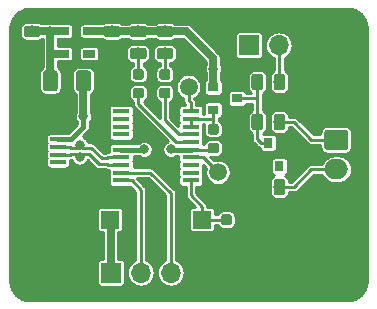
<source format=gbr>
G04 #@! TF.GenerationSoftware,KiCad,Pcbnew,(5.1.0-70-g46d257dc6)*
G04 #@! TF.CreationDate,2019-04-22T18:26:59+03:00*
G04 #@! TF.ProjectId,stm32_ds2480_emu,73746d33-325f-4647-9332-3438305f656d,rev?*
G04 #@! TF.SameCoordinates,Original*
G04 #@! TF.FileFunction,Copper,L1,Top*
G04 #@! TF.FilePolarity,Positive*
%FSLAX46Y46*%
G04 Gerber Fmt 4.6, Leading zero omitted, Abs format (unit mm)*
G04 Created by KiCad (PCBNEW (5.1.0-70-g46d257dc6)) date 2019-04-22 18:26:59*
%MOMM*%
%LPD*%
G04 APERTURE LIST*
%ADD10C,1.500000*%
%ADD11C,0.100000*%
%ADD12C,0.975000*%
%ADD13R,0.800000X0.900000*%
%ADD14C,1.250000*%
%ADD15R,1.900000X1.500000*%
%ADD16C,1.450000*%
%ADD17R,1.350000X0.400000*%
%ADD18O,1.900000X1.200000*%
%ADD19R,1.900000X1.200000*%
%ADD20O,1.700000X1.700000*%
%ADD21R,1.700000X1.700000*%
%ADD22R,0.900000X0.800000*%
%ADD23C,0.875000*%
%ADD24R,1.500000X1.500000*%
%ADD25R,1.060000X0.650000*%
%ADD26R,1.450000X0.450000*%
%ADD27O,2.000000X1.700000*%
%ADD28C,1.700000*%
%ADD29C,0.800000*%
%ADD30C,0.650000*%
%ADD31C,0.250000*%
%ADD32C,0.450000*%
%ADD33C,0.400000*%
%ADD34C,0.254000*%
G04 APERTURE END LIST*
D10*
X128000000Y-79500000D03*
X130500000Y-86750000D03*
D11*
G36*
X115230142Y-76201174D02*
G01*
X115253803Y-76204684D01*
X115277007Y-76210496D01*
X115299529Y-76218554D01*
X115321153Y-76228782D01*
X115341670Y-76241079D01*
X115360883Y-76255329D01*
X115378607Y-76271393D01*
X115394671Y-76289117D01*
X115408921Y-76308330D01*
X115421218Y-76328847D01*
X115431446Y-76350471D01*
X115439504Y-76372993D01*
X115445316Y-76396197D01*
X115448826Y-76419858D01*
X115450000Y-76443750D01*
X115450000Y-76931250D01*
X115448826Y-76955142D01*
X115445316Y-76978803D01*
X115439504Y-77002007D01*
X115431446Y-77024529D01*
X115421218Y-77046153D01*
X115408921Y-77066670D01*
X115394671Y-77085883D01*
X115378607Y-77103607D01*
X115360883Y-77119671D01*
X115341670Y-77133921D01*
X115321153Y-77146218D01*
X115299529Y-77156446D01*
X115277007Y-77164504D01*
X115253803Y-77170316D01*
X115230142Y-77173826D01*
X115206250Y-77175000D01*
X114293750Y-77175000D01*
X114269858Y-77173826D01*
X114246197Y-77170316D01*
X114222993Y-77164504D01*
X114200471Y-77156446D01*
X114178847Y-77146218D01*
X114158330Y-77133921D01*
X114139117Y-77119671D01*
X114121393Y-77103607D01*
X114105329Y-77085883D01*
X114091079Y-77066670D01*
X114078782Y-77046153D01*
X114068554Y-77024529D01*
X114060496Y-77002007D01*
X114054684Y-76978803D01*
X114051174Y-76955142D01*
X114050000Y-76931250D01*
X114050000Y-76443750D01*
X114051174Y-76419858D01*
X114054684Y-76396197D01*
X114060496Y-76372993D01*
X114068554Y-76350471D01*
X114078782Y-76328847D01*
X114091079Y-76308330D01*
X114105329Y-76289117D01*
X114121393Y-76271393D01*
X114139117Y-76255329D01*
X114158330Y-76241079D01*
X114178847Y-76228782D01*
X114200471Y-76218554D01*
X114222993Y-76210496D01*
X114246197Y-76204684D01*
X114269858Y-76201174D01*
X114293750Y-76200000D01*
X115206250Y-76200000D01*
X115230142Y-76201174D01*
X115230142Y-76201174D01*
G37*
D12*
X114750000Y-76687500D03*
D11*
G36*
X115230142Y-74326174D02*
G01*
X115253803Y-74329684D01*
X115277007Y-74335496D01*
X115299529Y-74343554D01*
X115321153Y-74353782D01*
X115341670Y-74366079D01*
X115360883Y-74380329D01*
X115378607Y-74396393D01*
X115394671Y-74414117D01*
X115408921Y-74433330D01*
X115421218Y-74453847D01*
X115431446Y-74475471D01*
X115439504Y-74497993D01*
X115445316Y-74521197D01*
X115448826Y-74544858D01*
X115450000Y-74568750D01*
X115450000Y-75056250D01*
X115448826Y-75080142D01*
X115445316Y-75103803D01*
X115439504Y-75127007D01*
X115431446Y-75149529D01*
X115421218Y-75171153D01*
X115408921Y-75191670D01*
X115394671Y-75210883D01*
X115378607Y-75228607D01*
X115360883Y-75244671D01*
X115341670Y-75258921D01*
X115321153Y-75271218D01*
X115299529Y-75281446D01*
X115277007Y-75289504D01*
X115253803Y-75295316D01*
X115230142Y-75298826D01*
X115206250Y-75300000D01*
X114293750Y-75300000D01*
X114269858Y-75298826D01*
X114246197Y-75295316D01*
X114222993Y-75289504D01*
X114200471Y-75281446D01*
X114178847Y-75271218D01*
X114158330Y-75258921D01*
X114139117Y-75244671D01*
X114121393Y-75228607D01*
X114105329Y-75210883D01*
X114091079Y-75191670D01*
X114078782Y-75171153D01*
X114068554Y-75149529D01*
X114060496Y-75127007D01*
X114054684Y-75103803D01*
X114051174Y-75080142D01*
X114050000Y-75056250D01*
X114050000Y-74568750D01*
X114051174Y-74544858D01*
X114054684Y-74521197D01*
X114060496Y-74497993D01*
X114068554Y-74475471D01*
X114078782Y-74453847D01*
X114091079Y-74433330D01*
X114105329Y-74414117D01*
X114121393Y-74396393D01*
X114139117Y-74380329D01*
X114158330Y-74366079D01*
X114178847Y-74353782D01*
X114200471Y-74343554D01*
X114222993Y-74335496D01*
X114246197Y-74329684D01*
X114269858Y-74326174D01*
X114293750Y-74325000D01*
X115206250Y-74325000D01*
X115230142Y-74326174D01*
X115230142Y-74326174D01*
G37*
D12*
X114750000Y-74812500D03*
D11*
G36*
X121980142Y-76201174D02*
G01*
X122003803Y-76204684D01*
X122027007Y-76210496D01*
X122049529Y-76218554D01*
X122071153Y-76228782D01*
X122091670Y-76241079D01*
X122110883Y-76255329D01*
X122128607Y-76271393D01*
X122144671Y-76289117D01*
X122158921Y-76308330D01*
X122171218Y-76328847D01*
X122181446Y-76350471D01*
X122189504Y-76372993D01*
X122195316Y-76396197D01*
X122198826Y-76419858D01*
X122200000Y-76443750D01*
X122200000Y-76931250D01*
X122198826Y-76955142D01*
X122195316Y-76978803D01*
X122189504Y-77002007D01*
X122181446Y-77024529D01*
X122171218Y-77046153D01*
X122158921Y-77066670D01*
X122144671Y-77085883D01*
X122128607Y-77103607D01*
X122110883Y-77119671D01*
X122091670Y-77133921D01*
X122071153Y-77146218D01*
X122049529Y-77156446D01*
X122027007Y-77164504D01*
X122003803Y-77170316D01*
X121980142Y-77173826D01*
X121956250Y-77175000D01*
X121043750Y-77175000D01*
X121019858Y-77173826D01*
X120996197Y-77170316D01*
X120972993Y-77164504D01*
X120950471Y-77156446D01*
X120928847Y-77146218D01*
X120908330Y-77133921D01*
X120889117Y-77119671D01*
X120871393Y-77103607D01*
X120855329Y-77085883D01*
X120841079Y-77066670D01*
X120828782Y-77046153D01*
X120818554Y-77024529D01*
X120810496Y-77002007D01*
X120804684Y-76978803D01*
X120801174Y-76955142D01*
X120800000Y-76931250D01*
X120800000Y-76443750D01*
X120801174Y-76419858D01*
X120804684Y-76396197D01*
X120810496Y-76372993D01*
X120818554Y-76350471D01*
X120828782Y-76328847D01*
X120841079Y-76308330D01*
X120855329Y-76289117D01*
X120871393Y-76271393D01*
X120889117Y-76255329D01*
X120908330Y-76241079D01*
X120928847Y-76228782D01*
X120950471Y-76218554D01*
X120972993Y-76210496D01*
X120996197Y-76204684D01*
X121019858Y-76201174D01*
X121043750Y-76200000D01*
X121956250Y-76200000D01*
X121980142Y-76201174D01*
X121980142Y-76201174D01*
G37*
D12*
X121500000Y-76687500D03*
D11*
G36*
X121980142Y-74326174D02*
G01*
X122003803Y-74329684D01*
X122027007Y-74335496D01*
X122049529Y-74343554D01*
X122071153Y-74353782D01*
X122091670Y-74366079D01*
X122110883Y-74380329D01*
X122128607Y-74396393D01*
X122144671Y-74414117D01*
X122158921Y-74433330D01*
X122171218Y-74453847D01*
X122181446Y-74475471D01*
X122189504Y-74497993D01*
X122195316Y-74521197D01*
X122198826Y-74544858D01*
X122200000Y-74568750D01*
X122200000Y-75056250D01*
X122198826Y-75080142D01*
X122195316Y-75103803D01*
X122189504Y-75127007D01*
X122181446Y-75149529D01*
X122171218Y-75171153D01*
X122158921Y-75191670D01*
X122144671Y-75210883D01*
X122128607Y-75228607D01*
X122110883Y-75244671D01*
X122091670Y-75258921D01*
X122071153Y-75271218D01*
X122049529Y-75281446D01*
X122027007Y-75289504D01*
X122003803Y-75295316D01*
X121980142Y-75298826D01*
X121956250Y-75300000D01*
X121043750Y-75300000D01*
X121019858Y-75298826D01*
X120996197Y-75295316D01*
X120972993Y-75289504D01*
X120950471Y-75281446D01*
X120928847Y-75271218D01*
X120908330Y-75258921D01*
X120889117Y-75244671D01*
X120871393Y-75228607D01*
X120855329Y-75210883D01*
X120841079Y-75191670D01*
X120828782Y-75171153D01*
X120818554Y-75149529D01*
X120810496Y-75127007D01*
X120804684Y-75103803D01*
X120801174Y-75080142D01*
X120800000Y-75056250D01*
X120800000Y-74568750D01*
X120801174Y-74544858D01*
X120804684Y-74521197D01*
X120810496Y-74497993D01*
X120818554Y-74475471D01*
X120828782Y-74453847D01*
X120841079Y-74433330D01*
X120855329Y-74414117D01*
X120871393Y-74396393D01*
X120889117Y-74380329D01*
X120908330Y-74366079D01*
X120928847Y-74353782D01*
X120950471Y-74343554D01*
X120972993Y-74335496D01*
X120996197Y-74329684D01*
X121019858Y-74326174D01*
X121043750Y-74325000D01*
X121956250Y-74325000D01*
X121980142Y-74326174D01*
X121980142Y-74326174D01*
G37*
D12*
X121500000Y-74812500D03*
D11*
G36*
X124230142Y-74326174D02*
G01*
X124253803Y-74329684D01*
X124277007Y-74335496D01*
X124299529Y-74343554D01*
X124321153Y-74353782D01*
X124341670Y-74366079D01*
X124360883Y-74380329D01*
X124378607Y-74396393D01*
X124394671Y-74414117D01*
X124408921Y-74433330D01*
X124421218Y-74453847D01*
X124431446Y-74475471D01*
X124439504Y-74497993D01*
X124445316Y-74521197D01*
X124448826Y-74544858D01*
X124450000Y-74568750D01*
X124450000Y-75056250D01*
X124448826Y-75080142D01*
X124445316Y-75103803D01*
X124439504Y-75127007D01*
X124431446Y-75149529D01*
X124421218Y-75171153D01*
X124408921Y-75191670D01*
X124394671Y-75210883D01*
X124378607Y-75228607D01*
X124360883Y-75244671D01*
X124341670Y-75258921D01*
X124321153Y-75271218D01*
X124299529Y-75281446D01*
X124277007Y-75289504D01*
X124253803Y-75295316D01*
X124230142Y-75298826D01*
X124206250Y-75300000D01*
X123293750Y-75300000D01*
X123269858Y-75298826D01*
X123246197Y-75295316D01*
X123222993Y-75289504D01*
X123200471Y-75281446D01*
X123178847Y-75271218D01*
X123158330Y-75258921D01*
X123139117Y-75244671D01*
X123121393Y-75228607D01*
X123105329Y-75210883D01*
X123091079Y-75191670D01*
X123078782Y-75171153D01*
X123068554Y-75149529D01*
X123060496Y-75127007D01*
X123054684Y-75103803D01*
X123051174Y-75080142D01*
X123050000Y-75056250D01*
X123050000Y-74568750D01*
X123051174Y-74544858D01*
X123054684Y-74521197D01*
X123060496Y-74497993D01*
X123068554Y-74475471D01*
X123078782Y-74453847D01*
X123091079Y-74433330D01*
X123105329Y-74414117D01*
X123121393Y-74396393D01*
X123139117Y-74380329D01*
X123158330Y-74366079D01*
X123178847Y-74353782D01*
X123200471Y-74343554D01*
X123222993Y-74335496D01*
X123246197Y-74329684D01*
X123269858Y-74326174D01*
X123293750Y-74325000D01*
X124206250Y-74325000D01*
X124230142Y-74326174D01*
X124230142Y-74326174D01*
G37*
D12*
X123750000Y-74812500D03*
D11*
G36*
X124230142Y-76201174D02*
G01*
X124253803Y-76204684D01*
X124277007Y-76210496D01*
X124299529Y-76218554D01*
X124321153Y-76228782D01*
X124341670Y-76241079D01*
X124360883Y-76255329D01*
X124378607Y-76271393D01*
X124394671Y-76289117D01*
X124408921Y-76308330D01*
X124421218Y-76328847D01*
X124431446Y-76350471D01*
X124439504Y-76372993D01*
X124445316Y-76396197D01*
X124448826Y-76419858D01*
X124450000Y-76443750D01*
X124450000Y-76931250D01*
X124448826Y-76955142D01*
X124445316Y-76978803D01*
X124439504Y-77002007D01*
X124431446Y-77024529D01*
X124421218Y-77046153D01*
X124408921Y-77066670D01*
X124394671Y-77085883D01*
X124378607Y-77103607D01*
X124360883Y-77119671D01*
X124341670Y-77133921D01*
X124321153Y-77146218D01*
X124299529Y-77156446D01*
X124277007Y-77164504D01*
X124253803Y-77170316D01*
X124230142Y-77173826D01*
X124206250Y-77175000D01*
X123293750Y-77175000D01*
X123269858Y-77173826D01*
X123246197Y-77170316D01*
X123222993Y-77164504D01*
X123200471Y-77156446D01*
X123178847Y-77146218D01*
X123158330Y-77133921D01*
X123139117Y-77119671D01*
X123121393Y-77103607D01*
X123105329Y-77085883D01*
X123091079Y-77066670D01*
X123078782Y-77046153D01*
X123068554Y-77024529D01*
X123060496Y-77002007D01*
X123054684Y-76978803D01*
X123051174Y-76955142D01*
X123050000Y-76931250D01*
X123050000Y-76443750D01*
X123051174Y-76419858D01*
X123054684Y-76396197D01*
X123060496Y-76372993D01*
X123068554Y-76350471D01*
X123078782Y-76328847D01*
X123091079Y-76308330D01*
X123105329Y-76289117D01*
X123121393Y-76271393D01*
X123139117Y-76255329D01*
X123158330Y-76241079D01*
X123178847Y-76228782D01*
X123200471Y-76218554D01*
X123222993Y-76210496D01*
X123246197Y-76204684D01*
X123269858Y-76201174D01*
X123293750Y-76200000D01*
X124206250Y-76200000D01*
X124230142Y-76201174D01*
X124230142Y-76201174D01*
G37*
D12*
X123750000Y-76687500D03*
D11*
G36*
X126480142Y-74326174D02*
G01*
X126503803Y-74329684D01*
X126527007Y-74335496D01*
X126549529Y-74343554D01*
X126571153Y-74353782D01*
X126591670Y-74366079D01*
X126610883Y-74380329D01*
X126628607Y-74396393D01*
X126644671Y-74414117D01*
X126658921Y-74433330D01*
X126671218Y-74453847D01*
X126681446Y-74475471D01*
X126689504Y-74497993D01*
X126695316Y-74521197D01*
X126698826Y-74544858D01*
X126700000Y-74568750D01*
X126700000Y-75056250D01*
X126698826Y-75080142D01*
X126695316Y-75103803D01*
X126689504Y-75127007D01*
X126681446Y-75149529D01*
X126671218Y-75171153D01*
X126658921Y-75191670D01*
X126644671Y-75210883D01*
X126628607Y-75228607D01*
X126610883Y-75244671D01*
X126591670Y-75258921D01*
X126571153Y-75271218D01*
X126549529Y-75281446D01*
X126527007Y-75289504D01*
X126503803Y-75295316D01*
X126480142Y-75298826D01*
X126456250Y-75300000D01*
X125543750Y-75300000D01*
X125519858Y-75298826D01*
X125496197Y-75295316D01*
X125472993Y-75289504D01*
X125450471Y-75281446D01*
X125428847Y-75271218D01*
X125408330Y-75258921D01*
X125389117Y-75244671D01*
X125371393Y-75228607D01*
X125355329Y-75210883D01*
X125341079Y-75191670D01*
X125328782Y-75171153D01*
X125318554Y-75149529D01*
X125310496Y-75127007D01*
X125304684Y-75103803D01*
X125301174Y-75080142D01*
X125300000Y-75056250D01*
X125300000Y-74568750D01*
X125301174Y-74544858D01*
X125304684Y-74521197D01*
X125310496Y-74497993D01*
X125318554Y-74475471D01*
X125328782Y-74453847D01*
X125341079Y-74433330D01*
X125355329Y-74414117D01*
X125371393Y-74396393D01*
X125389117Y-74380329D01*
X125408330Y-74366079D01*
X125428847Y-74353782D01*
X125450471Y-74343554D01*
X125472993Y-74335496D01*
X125496197Y-74329684D01*
X125519858Y-74326174D01*
X125543750Y-74325000D01*
X126456250Y-74325000D01*
X126480142Y-74326174D01*
X126480142Y-74326174D01*
G37*
D12*
X126000000Y-74812500D03*
D11*
G36*
X126480142Y-76201174D02*
G01*
X126503803Y-76204684D01*
X126527007Y-76210496D01*
X126549529Y-76218554D01*
X126571153Y-76228782D01*
X126591670Y-76241079D01*
X126610883Y-76255329D01*
X126628607Y-76271393D01*
X126644671Y-76289117D01*
X126658921Y-76308330D01*
X126671218Y-76328847D01*
X126681446Y-76350471D01*
X126689504Y-76372993D01*
X126695316Y-76396197D01*
X126698826Y-76419858D01*
X126700000Y-76443750D01*
X126700000Y-76931250D01*
X126698826Y-76955142D01*
X126695316Y-76978803D01*
X126689504Y-77002007D01*
X126681446Y-77024529D01*
X126671218Y-77046153D01*
X126658921Y-77066670D01*
X126644671Y-77085883D01*
X126628607Y-77103607D01*
X126610883Y-77119671D01*
X126591670Y-77133921D01*
X126571153Y-77146218D01*
X126549529Y-77156446D01*
X126527007Y-77164504D01*
X126503803Y-77170316D01*
X126480142Y-77173826D01*
X126456250Y-77175000D01*
X125543750Y-77175000D01*
X125519858Y-77173826D01*
X125496197Y-77170316D01*
X125472993Y-77164504D01*
X125450471Y-77156446D01*
X125428847Y-77146218D01*
X125408330Y-77133921D01*
X125389117Y-77119671D01*
X125371393Y-77103607D01*
X125355329Y-77085883D01*
X125341079Y-77066670D01*
X125328782Y-77046153D01*
X125318554Y-77024529D01*
X125310496Y-77002007D01*
X125304684Y-76978803D01*
X125301174Y-76955142D01*
X125300000Y-76931250D01*
X125300000Y-76443750D01*
X125301174Y-76419858D01*
X125304684Y-76396197D01*
X125310496Y-76372993D01*
X125318554Y-76350471D01*
X125328782Y-76328847D01*
X125341079Y-76308330D01*
X125355329Y-76289117D01*
X125371393Y-76271393D01*
X125389117Y-76255329D01*
X125408330Y-76241079D01*
X125428847Y-76228782D01*
X125450471Y-76218554D01*
X125472993Y-76210496D01*
X125496197Y-76204684D01*
X125519858Y-76201174D01*
X125543750Y-76200000D01*
X126456250Y-76200000D01*
X126480142Y-76201174D01*
X126480142Y-76201174D01*
G37*
D12*
X126000000Y-76687500D03*
D13*
X134750000Y-84250000D03*
X135700000Y-86250000D03*
X133800000Y-86250000D03*
D11*
G36*
X119499504Y-78126204D02*
G01*
X119523773Y-78129804D01*
X119547571Y-78135765D01*
X119570671Y-78144030D01*
X119592849Y-78154520D01*
X119613893Y-78167133D01*
X119633598Y-78181747D01*
X119651777Y-78198223D01*
X119668253Y-78216402D01*
X119682867Y-78236107D01*
X119695480Y-78257151D01*
X119705970Y-78279329D01*
X119714235Y-78302429D01*
X119720196Y-78326227D01*
X119723796Y-78350496D01*
X119725000Y-78375000D01*
X119725000Y-79625000D01*
X119723796Y-79649504D01*
X119720196Y-79673773D01*
X119714235Y-79697571D01*
X119705970Y-79720671D01*
X119695480Y-79742849D01*
X119682867Y-79763893D01*
X119668253Y-79783598D01*
X119651777Y-79801777D01*
X119633598Y-79818253D01*
X119613893Y-79832867D01*
X119592849Y-79845480D01*
X119570671Y-79855970D01*
X119547571Y-79864235D01*
X119523773Y-79870196D01*
X119499504Y-79873796D01*
X119475000Y-79875000D01*
X118725000Y-79875000D01*
X118700496Y-79873796D01*
X118676227Y-79870196D01*
X118652429Y-79864235D01*
X118629329Y-79855970D01*
X118607151Y-79845480D01*
X118586107Y-79832867D01*
X118566402Y-79818253D01*
X118548223Y-79801777D01*
X118531747Y-79783598D01*
X118517133Y-79763893D01*
X118504520Y-79742849D01*
X118494030Y-79720671D01*
X118485765Y-79697571D01*
X118479804Y-79673773D01*
X118476204Y-79649504D01*
X118475000Y-79625000D01*
X118475000Y-78375000D01*
X118476204Y-78350496D01*
X118479804Y-78326227D01*
X118485765Y-78302429D01*
X118494030Y-78279329D01*
X118504520Y-78257151D01*
X118517133Y-78236107D01*
X118531747Y-78216402D01*
X118548223Y-78198223D01*
X118566402Y-78181747D01*
X118586107Y-78167133D01*
X118607151Y-78154520D01*
X118629329Y-78144030D01*
X118652429Y-78135765D01*
X118676227Y-78129804D01*
X118700496Y-78126204D01*
X118725000Y-78125000D01*
X119475000Y-78125000D01*
X119499504Y-78126204D01*
X119499504Y-78126204D01*
G37*
D14*
X119100000Y-79000000D03*
D11*
G36*
X116699504Y-78126204D02*
G01*
X116723773Y-78129804D01*
X116747571Y-78135765D01*
X116770671Y-78144030D01*
X116792849Y-78154520D01*
X116813893Y-78167133D01*
X116833598Y-78181747D01*
X116851777Y-78198223D01*
X116868253Y-78216402D01*
X116882867Y-78236107D01*
X116895480Y-78257151D01*
X116905970Y-78279329D01*
X116914235Y-78302429D01*
X116920196Y-78326227D01*
X116923796Y-78350496D01*
X116925000Y-78375000D01*
X116925000Y-79625000D01*
X116923796Y-79649504D01*
X116920196Y-79673773D01*
X116914235Y-79697571D01*
X116905970Y-79720671D01*
X116895480Y-79742849D01*
X116882867Y-79763893D01*
X116868253Y-79783598D01*
X116851777Y-79801777D01*
X116833598Y-79818253D01*
X116813893Y-79832867D01*
X116792849Y-79845480D01*
X116770671Y-79855970D01*
X116747571Y-79864235D01*
X116723773Y-79870196D01*
X116699504Y-79873796D01*
X116675000Y-79875000D01*
X115925000Y-79875000D01*
X115900496Y-79873796D01*
X115876227Y-79870196D01*
X115852429Y-79864235D01*
X115829329Y-79855970D01*
X115807151Y-79845480D01*
X115786107Y-79832867D01*
X115766402Y-79818253D01*
X115748223Y-79801777D01*
X115731747Y-79783598D01*
X115717133Y-79763893D01*
X115704520Y-79742849D01*
X115694030Y-79720671D01*
X115685765Y-79697571D01*
X115679804Y-79673773D01*
X115676204Y-79649504D01*
X115675000Y-79625000D01*
X115675000Y-78375000D01*
X115676204Y-78350496D01*
X115679804Y-78326227D01*
X115685765Y-78302429D01*
X115694030Y-78279329D01*
X115704520Y-78257151D01*
X115717133Y-78236107D01*
X115731747Y-78216402D01*
X115748223Y-78198223D01*
X115766402Y-78181747D01*
X115786107Y-78167133D01*
X115807151Y-78154520D01*
X115829329Y-78144030D01*
X115852429Y-78135765D01*
X115876227Y-78129804D01*
X115900496Y-78126204D01*
X115925000Y-78125000D01*
X116675000Y-78125000D01*
X116699504Y-78126204D01*
X116699504Y-78126204D01*
G37*
D14*
X116300000Y-79000000D03*
D15*
X114262500Y-86250000D03*
D16*
X116962500Y-82750000D03*
D17*
X116962500Y-84600000D03*
X116962500Y-83950000D03*
X116962500Y-86550000D03*
X116962500Y-85900000D03*
X116962500Y-85250000D03*
D16*
X116962500Y-87750000D03*
D15*
X114262500Y-84250000D03*
D18*
X114262500Y-81750000D03*
X114262500Y-88750000D03*
D19*
X114262500Y-88150000D03*
X114262500Y-82350000D03*
D20*
X129040000Y-95250000D03*
X126500000Y-95250000D03*
X123960000Y-95250000D03*
D21*
X121420000Y-95250000D03*
D20*
X135640000Y-76000000D03*
D21*
X133100000Y-76000000D03*
D22*
X132100000Y-80500000D03*
X130100000Y-81450000D03*
X130100000Y-79550000D03*
D11*
G36*
X133027691Y-90276053D02*
G01*
X133048926Y-90279203D01*
X133069750Y-90284419D01*
X133089962Y-90291651D01*
X133109368Y-90300830D01*
X133127781Y-90311866D01*
X133145024Y-90324654D01*
X133160930Y-90339070D01*
X133175346Y-90354976D01*
X133188134Y-90372219D01*
X133199170Y-90390632D01*
X133208349Y-90410038D01*
X133215581Y-90430250D01*
X133220797Y-90451074D01*
X133223947Y-90472309D01*
X133225000Y-90493750D01*
X133225000Y-91006250D01*
X133223947Y-91027691D01*
X133220797Y-91048926D01*
X133215581Y-91069750D01*
X133208349Y-91089962D01*
X133199170Y-91109368D01*
X133188134Y-91127781D01*
X133175346Y-91145024D01*
X133160930Y-91160930D01*
X133145024Y-91175346D01*
X133127781Y-91188134D01*
X133109368Y-91199170D01*
X133089962Y-91208349D01*
X133069750Y-91215581D01*
X133048926Y-91220797D01*
X133027691Y-91223947D01*
X133006250Y-91225000D01*
X132568750Y-91225000D01*
X132547309Y-91223947D01*
X132526074Y-91220797D01*
X132505250Y-91215581D01*
X132485038Y-91208349D01*
X132465632Y-91199170D01*
X132447219Y-91188134D01*
X132429976Y-91175346D01*
X132414070Y-91160930D01*
X132399654Y-91145024D01*
X132386866Y-91127781D01*
X132375830Y-91109368D01*
X132366651Y-91089962D01*
X132359419Y-91069750D01*
X132354203Y-91048926D01*
X132351053Y-91027691D01*
X132350000Y-91006250D01*
X132350000Y-90493750D01*
X132351053Y-90472309D01*
X132354203Y-90451074D01*
X132359419Y-90430250D01*
X132366651Y-90410038D01*
X132375830Y-90390632D01*
X132386866Y-90372219D01*
X132399654Y-90354976D01*
X132414070Y-90339070D01*
X132429976Y-90324654D01*
X132447219Y-90311866D01*
X132465632Y-90300830D01*
X132485038Y-90291651D01*
X132505250Y-90284419D01*
X132526074Y-90279203D01*
X132547309Y-90276053D01*
X132568750Y-90275000D01*
X133006250Y-90275000D01*
X133027691Y-90276053D01*
X133027691Y-90276053D01*
G37*
D23*
X132787500Y-90750000D03*
D11*
G36*
X131452691Y-90276053D02*
G01*
X131473926Y-90279203D01*
X131494750Y-90284419D01*
X131514962Y-90291651D01*
X131534368Y-90300830D01*
X131552781Y-90311866D01*
X131570024Y-90324654D01*
X131585930Y-90339070D01*
X131600346Y-90354976D01*
X131613134Y-90372219D01*
X131624170Y-90390632D01*
X131633349Y-90410038D01*
X131640581Y-90430250D01*
X131645797Y-90451074D01*
X131648947Y-90472309D01*
X131650000Y-90493750D01*
X131650000Y-91006250D01*
X131648947Y-91027691D01*
X131645797Y-91048926D01*
X131640581Y-91069750D01*
X131633349Y-91089962D01*
X131624170Y-91109368D01*
X131613134Y-91127781D01*
X131600346Y-91145024D01*
X131585930Y-91160930D01*
X131570024Y-91175346D01*
X131552781Y-91188134D01*
X131534368Y-91199170D01*
X131514962Y-91208349D01*
X131494750Y-91215581D01*
X131473926Y-91220797D01*
X131452691Y-91223947D01*
X131431250Y-91225000D01*
X130993750Y-91225000D01*
X130972309Y-91223947D01*
X130951074Y-91220797D01*
X130930250Y-91215581D01*
X130910038Y-91208349D01*
X130890632Y-91199170D01*
X130872219Y-91188134D01*
X130854976Y-91175346D01*
X130839070Y-91160930D01*
X130824654Y-91145024D01*
X130811866Y-91127781D01*
X130800830Y-91109368D01*
X130791651Y-91089962D01*
X130784419Y-91069750D01*
X130779203Y-91048926D01*
X130776053Y-91027691D01*
X130775000Y-91006250D01*
X130775000Y-90493750D01*
X130776053Y-90472309D01*
X130779203Y-90451074D01*
X130784419Y-90430250D01*
X130791651Y-90410038D01*
X130800830Y-90390632D01*
X130811866Y-90372219D01*
X130824654Y-90354976D01*
X130839070Y-90339070D01*
X130854976Y-90324654D01*
X130872219Y-90311866D01*
X130890632Y-90300830D01*
X130910038Y-90291651D01*
X130930250Y-90284419D01*
X130951074Y-90279203D01*
X130972309Y-90276053D01*
X130993750Y-90275000D01*
X131431250Y-90275000D01*
X131452691Y-90276053D01*
X131452691Y-90276053D01*
G37*
D23*
X131212500Y-90750000D03*
D11*
G36*
X124027691Y-79601053D02*
G01*
X124048926Y-79604203D01*
X124069750Y-79609419D01*
X124089962Y-79616651D01*
X124109368Y-79625830D01*
X124127781Y-79636866D01*
X124145024Y-79649654D01*
X124160930Y-79664070D01*
X124175346Y-79679976D01*
X124188134Y-79697219D01*
X124199170Y-79715632D01*
X124208349Y-79735038D01*
X124215581Y-79755250D01*
X124220797Y-79776074D01*
X124223947Y-79797309D01*
X124225000Y-79818750D01*
X124225000Y-80256250D01*
X124223947Y-80277691D01*
X124220797Y-80298926D01*
X124215581Y-80319750D01*
X124208349Y-80339962D01*
X124199170Y-80359368D01*
X124188134Y-80377781D01*
X124175346Y-80395024D01*
X124160930Y-80410930D01*
X124145024Y-80425346D01*
X124127781Y-80438134D01*
X124109368Y-80449170D01*
X124089962Y-80458349D01*
X124069750Y-80465581D01*
X124048926Y-80470797D01*
X124027691Y-80473947D01*
X124006250Y-80475000D01*
X123493750Y-80475000D01*
X123472309Y-80473947D01*
X123451074Y-80470797D01*
X123430250Y-80465581D01*
X123410038Y-80458349D01*
X123390632Y-80449170D01*
X123372219Y-80438134D01*
X123354976Y-80425346D01*
X123339070Y-80410930D01*
X123324654Y-80395024D01*
X123311866Y-80377781D01*
X123300830Y-80359368D01*
X123291651Y-80339962D01*
X123284419Y-80319750D01*
X123279203Y-80298926D01*
X123276053Y-80277691D01*
X123275000Y-80256250D01*
X123275000Y-79818750D01*
X123276053Y-79797309D01*
X123279203Y-79776074D01*
X123284419Y-79755250D01*
X123291651Y-79735038D01*
X123300830Y-79715632D01*
X123311866Y-79697219D01*
X123324654Y-79679976D01*
X123339070Y-79664070D01*
X123354976Y-79649654D01*
X123372219Y-79636866D01*
X123390632Y-79625830D01*
X123410038Y-79616651D01*
X123430250Y-79609419D01*
X123451074Y-79604203D01*
X123472309Y-79601053D01*
X123493750Y-79600000D01*
X124006250Y-79600000D01*
X124027691Y-79601053D01*
X124027691Y-79601053D01*
G37*
D23*
X123750000Y-80037500D03*
D11*
G36*
X124027691Y-78026053D02*
G01*
X124048926Y-78029203D01*
X124069750Y-78034419D01*
X124089962Y-78041651D01*
X124109368Y-78050830D01*
X124127781Y-78061866D01*
X124145024Y-78074654D01*
X124160930Y-78089070D01*
X124175346Y-78104976D01*
X124188134Y-78122219D01*
X124199170Y-78140632D01*
X124208349Y-78160038D01*
X124215581Y-78180250D01*
X124220797Y-78201074D01*
X124223947Y-78222309D01*
X124225000Y-78243750D01*
X124225000Y-78681250D01*
X124223947Y-78702691D01*
X124220797Y-78723926D01*
X124215581Y-78744750D01*
X124208349Y-78764962D01*
X124199170Y-78784368D01*
X124188134Y-78802781D01*
X124175346Y-78820024D01*
X124160930Y-78835930D01*
X124145024Y-78850346D01*
X124127781Y-78863134D01*
X124109368Y-78874170D01*
X124089962Y-78883349D01*
X124069750Y-78890581D01*
X124048926Y-78895797D01*
X124027691Y-78898947D01*
X124006250Y-78900000D01*
X123493750Y-78900000D01*
X123472309Y-78898947D01*
X123451074Y-78895797D01*
X123430250Y-78890581D01*
X123410038Y-78883349D01*
X123390632Y-78874170D01*
X123372219Y-78863134D01*
X123354976Y-78850346D01*
X123339070Y-78835930D01*
X123324654Y-78820024D01*
X123311866Y-78802781D01*
X123300830Y-78784368D01*
X123291651Y-78764962D01*
X123284419Y-78744750D01*
X123279203Y-78723926D01*
X123276053Y-78702691D01*
X123275000Y-78681250D01*
X123275000Y-78243750D01*
X123276053Y-78222309D01*
X123279203Y-78201074D01*
X123284419Y-78180250D01*
X123291651Y-78160038D01*
X123300830Y-78140632D01*
X123311866Y-78122219D01*
X123324654Y-78104976D01*
X123339070Y-78089070D01*
X123354976Y-78074654D01*
X123372219Y-78061866D01*
X123390632Y-78050830D01*
X123410038Y-78041651D01*
X123430250Y-78034419D01*
X123451074Y-78029203D01*
X123472309Y-78026053D01*
X123493750Y-78025000D01*
X124006250Y-78025000D01*
X124027691Y-78026053D01*
X124027691Y-78026053D01*
G37*
D23*
X123750000Y-78462500D03*
D11*
G36*
X126277691Y-79601053D02*
G01*
X126298926Y-79604203D01*
X126319750Y-79609419D01*
X126339962Y-79616651D01*
X126359368Y-79625830D01*
X126377781Y-79636866D01*
X126395024Y-79649654D01*
X126410930Y-79664070D01*
X126425346Y-79679976D01*
X126438134Y-79697219D01*
X126449170Y-79715632D01*
X126458349Y-79735038D01*
X126465581Y-79755250D01*
X126470797Y-79776074D01*
X126473947Y-79797309D01*
X126475000Y-79818750D01*
X126475000Y-80256250D01*
X126473947Y-80277691D01*
X126470797Y-80298926D01*
X126465581Y-80319750D01*
X126458349Y-80339962D01*
X126449170Y-80359368D01*
X126438134Y-80377781D01*
X126425346Y-80395024D01*
X126410930Y-80410930D01*
X126395024Y-80425346D01*
X126377781Y-80438134D01*
X126359368Y-80449170D01*
X126339962Y-80458349D01*
X126319750Y-80465581D01*
X126298926Y-80470797D01*
X126277691Y-80473947D01*
X126256250Y-80475000D01*
X125743750Y-80475000D01*
X125722309Y-80473947D01*
X125701074Y-80470797D01*
X125680250Y-80465581D01*
X125660038Y-80458349D01*
X125640632Y-80449170D01*
X125622219Y-80438134D01*
X125604976Y-80425346D01*
X125589070Y-80410930D01*
X125574654Y-80395024D01*
X125561866Y-80377781D01*
X125550830Y-80359368D01*
X125541651Y-80339962D01*
X125534419Y-80319750D01*
X125529203Y-80298926D01*
X125526053Y-80277691D01*
X125525000Y-80256250D01*
X125525000Y-79818750D01*
X125526053Y-79797309D01*
X125529203Y-79776074D01*
X125534419Y-79755250D01*
X125541651Y-79735038D01*
X125550830Y-79715632D01*
X125561866Y-79697219D01*
X125574654Y-79679976D01*
X125589070Y-79664070D01*
X125604976Y-79649654D01*
X125622219Y-79636866D01*
X125640632Y-79625830D01*
X125660038Y-79616651D01*
X125680250Y-79609419D01*
X125701074Y-79604203D01*
X125722309Y-79601053D01*
X125743750Y-79600000D01*
X126256250Y-79600000D01*
X126277691Y-79601053D01*
X126277691Y-79601053D01*
G37*
D23*
X126000000Y-80037500D03*
D11*
G36*
X126277691Y-78026053D02*
G01*
X126298926Y-78029203D01*
X126319750Y-78034419D01*
X126339962Y-78041651D01*
X126359368Y-78050830D01*
X126377781Y-78061866D01*
X126395024Y-78074654D01*
X126410930Y-78089070D01*
X126425346Y-78104976D01*
X126438134Y-78122219D01*
X126449170Y-78140632D01*
X126458349Y-78160038D01*
X126465581Y-78180250D01*
X126470797Y-78201074D01*
X126473947Y-78222309D01*
X126475000Y-78243750D01*
X126475000Y-78681250D01*
X126473947Y-78702691D01*
X126470797Y-78723926D01*
X126465581Y-78744750D01*
X126458349Y-78764962D01*
X126449170Y-78784368D01*
X126438134Y-78802781D01*
X126425346Y-78820024D01*
X126410930Y-78835930D01*
X126395024Y-78850346D01*
X126377781Y-78863134D01*
X126359368Y-78874170D01*
X126339962Y-78883349D01*
X126319750Y-78890581D01*
X126298926Y-78895797D01*
X126277691Y-78898947D01*
X126256250Y-78900000D01*
X125743750Y-78900000D01*
X125722309Y-78898947D01*
X125701074Y-78895797D01*
X125680250Y-78890581D01*
X125660038Y-78883349D01*
X125640632Y-78874170D01*
X125622219Y-78863134D01*
X125604976Y-78850346D01*
X125589070Y-78835930D01*
X125574654Y-78820024D01*
X125561866Y-78802781D01*
X125550830Y-78784368D01*
X125541651Y-78764962D01*
X125534419Y-78744750D01*
X125529203Y-78723926D01*
X125526053Y-78702691D01*
X125525000Y-78681250D01*
X125525000Y-78243750D01*
X125526053Y-78222309D01*
X125529203Y-78201074D01*
X125534419Y-78180250D01*
X125541651Y-78160038D01*
X125550830Y-78140632D01*
X125561866Y-78122219D01*
X125574654Y-78104976D01*
X125589070Y-78089070D01*
X125604976Y-78074654D01*
X125622219Y-78061866D01*
X125640632Y-78050830D01*
X125660038Y-78041651D01*
X125680250Y-78034419D01*
X125701074Y-78029203D01*
X125722309Y-78026053D01*
X125743750Y-78025000D01*
X126256250Y-78025000D01*
X126277691Y-78026053D01*
X126277691Y-78026053D01*
G37*
D23*
X126000000Y-78462500D03*
D11*
G36*
X130377691Y-82676053D02*
G01*
X130398926Y-82679203D01*
X130419750Y-82684419D01*
X130439962Y-82691651D01*
X130459368Y-82700830D01*
X130477781Y-82711866D01*
X130495024Y-82724654D01*
X130510930Y-82739070D01*
X130525346Y-82754976D01*
X130538134Y-82772219D01*
X130549170Y-82790632D01*
X130558349Y-82810038D01*
X130565581Y-82830250D01*
X130570797Y-82851074D01*
X130573947Y-82872309D01*
X130575000Y-82893750D01*
X130575000Y-83331250D01*
X130573947Y-83352691D01*
X130570797Y-83373926D01*
X130565581Y-83394750D01*
X130558349Y-83414962D01*
X130549170Y-83434368D01*
X130538134Y-83452781D01*
X130525346Y-83470024D01*
X130510930Y-83485930D01*
X130495024Y-83500346D01*
X130477781Y-83513134D01*
X130459368Y-83524170D01*
X130439962Y-83533349D01*
X130419750Y-83540581D01*
X130398926Y-83545797D01*
X130377691Y-83548947D01*
X130356250Y-83550000D01*
X129843750Y-83550000D01*
X129822309Y-83548947D01*
X129801074Y-83545797D01*
X129780250Y-83540581D01*
X129760038Y-83533349D01*
X129740632Y-83524170D01*
X129722219Y-83513134D01*
X129704976Y-83500346D01*
X129689070Y-83485930D01*
X129674654Y-83470024D01*
X129661866Y-83452781D01*
X129650830Y-83434368D01*
X129641651Y-83414962D01*
X129634419Y-83394750D01*
X129629203Y-83373926D01*
X129626053Y-83352691D01*
X129625000Y-83331250D01*
X129625000Y-82893750D01*
X129626053Y-82872309D01*
X129629203Y-82851074D01*
X129634419Y-82830250D01*
X129641651Y-82810038D01*
X129650830Y-82790632D01*
X129661866Y-82772219D01*
X129674654Y-82754976D01*
X129689070Y-82739070D01*
X129704976Y-82724654D01*
X129722219Y-82711866D01*
X129740632Y-82700830D01*
X129760038Y-82691651D01*
X129780250Y-82684419D01*
X129801074Y-82679203D01*
X129822309Y-82676053D01*
X129843750Y-82675000D01*
X130356250Y-82675000D01*
X130377691Y-82676053D01*
X130377691Y-82676053D01*
G37*
D23*
X130100000Y-83112500D03*
D11*
G36*
X130377691Y-84251053D02*
G01*
X130398926Y-84254203D01*
X130419750Y-84259419D01*
X130439962Y-84266651D01*
X130459368Y-84275830D01*
X130477781Y-84286866D01*
X130495024Y-84299654D01*
X130510930Y-84314070D01*
X130525346Y-84329976D01*
X130538134Y-84347219D01*
X130549170Y-84365632D01*
X130558349Y-84385038D01*
X130565581Y-84405250D01*
X130570797Y-84426074D01*
X130573947Y-84447309D01*
X130575000Y-84468750D01*
X130575000Y-84906250D01*
X130573947Y-84927691D01*
X130570797Y-84948926D01*
X130565581Y-84969750D01*
X130558349Y-84989962D01*
X130549170Y-85009368D01*
X130538134Y-85027781D01*
X130525346Y-85045024D01*
X130510930Y-85060930D01*
X130495024Y-85075346D01*
X130477781Y-85088134D01*
X130459368Y-85099170D01*
X130439962Y-85108349D01*
X130419750Y-85115581D01*
X130398926Y-85120797D01*
X130377691Y-85123947D01*
X130356250Y-85125000D01*
X129843750Y-85125000D01*
X129822309Y-85123947D01*
X129801074Y-85120797D01*
X129780250Y-85115581D01*
X129760038Y-85108349D01*
X129740632Y-85099170D01*
X129722219Y-85088134D01*
X129704976Y-85075346D01*
X129689070Y-85060930D01*
X129674654Y-85045024D01*
X129661866Y-85027781D01*
X129650830Y-85009368D01*
X129641651Y-84989962D01*
X129634419Y-84969750D01*
X129629203Y-84948926D01*
X129626053Y-84927691D01*
X129625000Y-84906250D01*
X129625000Y-84468750D01*
X129626053Y-84447309D01*
X129629203Y-84426074D01*
X129634419Y-84405250D01*
X129641651Y-84385038D01*
X129650830Y-84365632D01*
X129661866Y-84347219D01*
X129674654Y-84329976D01*
X129689070Y-84314070D01*
X129704976Y-84299654D01*
X129722219Y-84286866D01*
X129740632Y-84275830D01*
X129760038Y-84266651D01*
X129780250Y-84259419D01*
X129801074Y-84254203D01*
X129822309Y-84251053D01*
X129843750Y-84250000D01*
X130356250Y-84250000D01*
X130377691Y-84251053D01*
X130377691Y-84251053D01*
G37*
D23*
X130100000Y-84687500D03*
D24*
X121350000Y-90750000D03*
X129150000Y-90750000D03*
D25*
X119600000Y-74800000D03*
X119600000Y-76700000D03*
X117400000Y-76700000D03*
X117400000Y-75750000D03*
X117400000Y-74800000D03*
D26*
X122300000Y-87425000D03*
X122300000Y-86775000D03*
X122300000Y-86125000D03*
X122300000Y-85475000D03*
X122300000Y-84825000D03*
X122300000Y-84175000D03*
X122300000Y-83525000D03*
X122300000Y-82875000D03*
X122300000Y-82225000D03*
X122300000Y-81575000D03*
X128200000Y-81575000D03*
X128200000Y-82225000D03*
X128200000Y-82875000D03*
X128200000Y-83525000D03*
X128200000Y-84175000D03*
X128200000Y-84825000D03*
X128200000Y-85475000D03*
X128200000Y-86125000D03*
X128200000Y-86775000D03*
X128200000Y-87425000D03*
D27*
X140500000Y-86500000D03*
D11*
G36*
X141274504Y-83151204D02*
G01*
X141298773Y-83154804D01*
X141322571Y-83160765D01*
X141345671Y-83169030D01*
X141367849Y-83179520D01*
X141388893Y-83192133D01*
X141408598Y-83206747D01*
X141426777Y-83223223D01*
X141443253Y-83241402D01*
X141457867Y-83261107D01*
X141470480Y-83282151D01*
X141480970Y-83304329D01*
X141489235Y-83327429D01*
X141495196Y-83351227D01*
X141498796Y-83375496D01*
X141500000Y-83400000D01*
X141500000Y-84600000D01*
X141498796Y-84624504D01*
X141495196Y-84648773D01*
X141489235Y-84672571D01*
X141480970Y-84695671D01*
X141470480Y-84717849D01*
X141457867Y-84738893D01*
X141443253Y-84758598D01*
X141426777Y-84776777D01*
X141408598Y-84793253D01*
X141388893Y-84807867D01*
X141367849Y-84820480D01*
X141345671Y-84830970D01*
X141322571Y-84839235D01*
X141298773Y-84845196D01*
X141274504Y-84848796D01*
X141250000Y-84850000D01*
X139750000Y-84850000D01*
X139725496Y-84848796D01*
X139701227Y-84845196D01*
X139677429Y-84839235D01*
X139654329Y-84830970D01*
X139632151Y-84820480D01*
X139611107Y-84807867D01*
X139591402Y-84793253D01*
X139573223Y-84776777D01*
X139556747Y-84758598D01*
X139542133Y-84738893D01*
X139529520Y-84717849D01*
X139519030Y-84695671D01*
X139510765Y-84672571D01*
X139504804Y-84648773D01*
X139501204Y-84624504D01*
X139500000Y-84600000D01*
X139500000Y-83400000D01*
X139501204Y-83375496D01*
X139504804Y-83351227D01*
X139510765Y-83327429D01*
X139519030Y-83304329D01*
X139529520Y-83282151D01*
X139542133Y-83261107D01*
X139556747Y-83241402D01*
X139573223Y-83223223D01*
X139591402Y-83206747D01*
X139611107Y-83192133D01*
X139632151Y-83179520D01*
X139654329Y-83169030D01*
X139677429Y-83160765D01*
X139701227Y-83154804D01*
X139725496Y-83151204D01*
X139750000Y-83150000D01*
X141250000Y-83150000D01*
X141274504Y-83151204D01*
X141274504Y-83151204D01*
G37*
D28*
X140500000Y-84000000D03*
D11*
G36*
X134080142Y-81801174D02*
G01*
X134103803Y-81804684D01*
X134127007Y-81810496D01*
X134149529Y-81818554D01*
X134171153Y-81828782D01*
X134191670Y-81841079D01*
X134210883Y-81855329D01*
X134228607Y-81871393D01*
X134244671Y-81889117D01*
X134258921Y-81908330D01*
X134271218Y-81928847D01*
X134281446Y-81950471D01*
X134289504Y-81972993D01*
X134295316Y-81996197D01*
X134298826Y-82019858D01*
X134300000Y-82043750D01*
X134300000Y-82956250D01*
X134298826Y-82980142D01*
X134295316Y-83003803D01*
X134289504Y-83027007D01*
X134281446Y-83049529D01*
X134271218Y-83071153D01*
X134258921Y-83091670D01*
X134244671Y-83110883D01*
X134228607Y-83128607D01*
X134210883Y-83144671D01*
X134191670Y-83158921D01*
X134171153Y-83171218D01*
X134149529Y-83181446D01*
X134127007Y-83189504D01*
X134103803Y-83195316D01*
X134080142Y-83198826D01*
X134056250Y-83200000D01*
X133568750Y-83200000D01*
X133544858Y-83198826D01*
X133521197Y-83195316D01*
X133497993Y-83189504D01*
X133475471Y-83181446D01*
X133453847Y-83171218D01*
X133433330Y-83158921D01*
X133414117Y-83144671D01*
X133396393Y-83128607D01*
X133380329Y-83110883D01*
X133366079Y-83091670D01*
X133353782Y-83071153D01*
X133343554Y-83049529D01*
X133335496Y-83027007D01*
X133329684Y-83003803D01*
X133326174Y-82980142D01*
X133325000Y-82956250D01*
X133325000Y-82043750D01*
X133326174Y-82019858D01*
X133329684Y-81996197D01*
X133335496Y-81972993D01*
X133343554Y-81950471D01*
X133353782Y-81928847D01*
X133366079Y-81908330D01*
X133380329Y-81889117D01*
X133396393Y-81871393D01*
X133414117Y-81855329D01*
X133433330Y-81841079D01*
X133453847Y-81828782D01*
X133475471Y-81818554D01*
X133497993Y-81810496D01*
X133521197Y-81804684D01*
X133544858Y-81801174D01*
X133568750Y-81800000D01*
X134056250Y-81800000D01*
X134080142Y-81801174D01*
X134080142Y-81801174D01*
G37*
D12*
X133812500Y-82500000D03*
D11*
G36*
X135955142Y-81801174D02*
G01*
X135978803Y-81804684D01*
X136002007Y-81810496D01*
X136024529Y-81818554D01*
X136046153Y-81828782D01*
X136066670Y-81841079D01*
X136085883Y-81855329D01*
X136103607Y-81871393D01*
X136119671Y-81889117D01*
X136133921Y-81908330D01*
X136146218Y-81928847D01*
X136156446Y-81950471D01*
X136164504Y-81972993D01*
X136170316Y-81996197D01*
X136173826Y-82019858D01*
X136175000Y-82043750D01*
X136175000Y-82956250D01*
X136173826Y-82980142D01*
X136170316Y-83003803D01*
X136164504Y-83027007D01*
X136156446Y-83049529D01*
X136146218Y-83071153D01*
X136133921Y-83091670D01*
X136119671Y-83110883D01*
X136103607Y-83128607D01*
X136085883Y-83144671D01*
X136066670Y-83158921D01*
X136046153Y-83171218D01*
X136024529Y-83181446D01*
X136002007Y-83189504D01*
X135978803Y-83195316D01*
X135955142Y-83198826D01*
X135931250Y-83200000D01*
X135443750Y-83200000D01*
X135419858Y-83198826D01*
X135396197Y-83195316D01*
X135372993Y-83189504D01*
X135350471Y-83181446D01*
X135328847Y-83171218D01*
X135308330Y-83158921D01*
X135289117Y-83144671D01*
X135271393Y-83128607D01*
X135255329Y-83110883D01*
X135241079Y-83091670D01*
X135228782Y-83071153D01*
X135218554Y-83049529D01*
X135210496Y-83027007D01*
X135204684Y-83003803D01*
X135201174Y-82980142D01*
X135200000Y-82956250D01*
X135200000Y-82043750D01*
X135201174Y-82019858D01*
X135204684Y-81996197D01*
X135210496Y-81972993D01*
X135218554Y-81950471D01*
X135228782Y-81928847D01*
X135241079Y-81908330D01*
X135255329Y-81889117D01*
X135271393Y-81871393D01*
X135289117Y-81855329D01*
X135308330Y-81841079D01*
X135328847Y-81828782D01*
X135350471Y-81818554D01*
X135372993Y-81810496D01*
X135396197Y-81804684D01*
X135419858Y-81801174D01*
X135443750Y-81800000D01*
X135931250Y-81800000D01*
X135955142Y-81801174D01*
X135955142Y-81801174D01*
G37*
D12*
X135687500Y-82500000D03*
D11*
G36*
X135955142Y-87301174D02*
G01*
X135978803Y-87304684D01*
X136002007Y-87310496D01*
X136024529Y-87318554D01*
X136046153Y-87328782D01*
X136066670Y-87341079D01*
X136085883Y-87355329D01*
X136103607Y-87371393D01*
X136119671Y-87389117D01*
X136133921Y-87408330D01*
X136146218Y-87428847D01*
X136156446Y-87450471D01*
X136164504Y-87472993D01*
X136170316Y-87496197D01*
X136173826Y-87519858D01*
X136175000Y-87543750D01*
X136175000Y-88456250D01*
X136173826Y-88480142D01*
X136170316Y-88503803D01*
X136164504Y-88527007D01*
X136156446Y-88549529D01*
X136146218Y-88571153D01*
X136133921Y-88591670D01*
X136119671Y-88610883D01*
X136103607Y-88628607D01*
X136085883Y-88644671D01*
X136066670Y-88658921D01*
X136046153Y-88671218D01*
X136024529Y-88681446D01*
X136002007Y-88689504D01*
X135978803Y-88695316D01*
X135955142Y-88698826D01*
X135931250Y-88700000D01*
X135443750Y-88700000D01*
X135419858Y-88698826D01*
X135396197Y-88695316D01*
X135372993Y-88689504D01*
X135350471Y-88681446D01*
X135328847Y-88671218D01*
X135308330Y-88658921D01*
X135289117Y-88644671D01*
X135271393Y-88628607D01*
X135255329Y-88610883D01*
X135241079Y-88591670D01*
X135228782Y-88571153D01*
X135218554Y-88549529D01*
X135210496Y-88527007D01*
X135204684Y-88503803D01*
X135201174Y-88480142D01*
X135200000Y-88456250D01*
X135200000Y-87543750D01*
X135201174Y-87519858D01*
X135204684Y-87496197D01*
X135210496Y-87472993D01*
X135218554Y-87450471D01*
X135228782Y-87428847D01*
X135241079Y-87408330D01*
X135255329Y-87389117D01*
X135271393Y-87371393D01*
X135289117Y-87355329D01*
X135308330Y-87341079D01*
X135328847Y-87328782D01*
X135350471Y-87318554D01*
X135372993Y-87310496D01*
X135396197Y-87304684D01*
X135419858Y-87301174D01*
X135443750Y-87300000D01*
X135931250Y-87300000D01*
X135955142Y-87301174D01*
X135955142Y-87301174D01*
G37*
D12*
X135687500Y-88000000D03*
D11*
G36*
X134080142Y-87301174D02*
G01*
X134103803Y-87304684D01*
X134127007Y-87310496D01*
X134149529Y-87318554D01*
X134171153Y-87328782D01*
X134191670Y-87341079D01*
X134210883Y-87355329D01*
X134228607Y-87371393D01*
X134244671Y-87389117D01*
X134258921Y-87408330D01*
X134271218Y-87428847D01*
X134281446Y-87450471D01*
X134289504Y-87472993D01*
X134295316Y-87496197D01*
X134298826Y-87519858D01*
X134300000Y-87543750D01*
X134300000Y-88456250D01*
X134298826Y-88480142D01*
X134295316Y-88503803D01*
X134289504Y-88527007D01*
X134281446Y-88549529D01*
X134271218Y-88571153D01*
X134258921Y-88591670D01*
X134244671Y-88610883D01*
X134228607Y-88628607D01*
X134210883Y-88644671D01*
X134191670Y-88658921D01*
X134171153Y-88671218D01*
X134149529Y-88681446D01*
X134127007Y-88689504D01*
X134103803Y-88695316D01*
X134080142Y-88698826D01*
X134056250Y-88700000D01*
X133568750Y-88700000D01*
X133544858Y-88698826D01*
X133521197Y-88695316D01*
X133497993Y-88689504D01*
X133475471Y-88681446D01*
X133453847Y-88671218D01*
X133433330Y-88658921D01*
X133414117Y-88644671D01*
X133396393Y-88628607D01*
X133380329Y-88610883D01*
X133366079Y-88591670D01*
X133353782Y-88571153D01*
X133343554Y-88549529D01*
X133335496Y-88527007D01*
X133329684Y-88503803D01*
X133326174Y-88480142D01*
X133325000Y-88456250D01*
X133325000Y-87543750D01*
X133326174Y-87519858D01*
X133329684Y-87496197D01*
X133335496Y-87472993D01*
X133343554Y-87450471D01*
X133353782Y-87428847D01*
X133366079Y-87408330D01*
X133380329Y-87389117D01*
X133396393Y-87371393D01*
X133414117Y-87355329D01*
X133433330Y-87341079D01*
X133453847Y-87328782D01*
X133475471Y-87318554D01*
X133497993Y-87310496D01*
X133521197Y-87304684D01*
X133544858Y-87301174D01*
X133568750Y-87300000D01*
X134056250Y-87300000D01*
X134080142Y-87301174D01*
X134080142Y-87301174D01*
G37*
D12*
X133812500Y-88000000D03*
D11*
G36*
X135955142Y-78401174D02*
G01*
X135978803Y-78404684D01*
X136002007Y-78410496D01*
X136024529Y-78418554D01*
X136046153Y-78428782D01*
X136066670Y-78441079D01*
X136085883Y-78455329D01*
X136103607Y-78471393D01*
X136119671Y-78489117D01*
X136133921Y-78508330D01*
X136146218Y-78528847D01*
X136156446Y-78550471D01*
X136164504Y-78572993D01*
X136170316Y-78596197D01*
X136173826Y-78619858D01*
X136175000Y-78643750D01*
X136175000Y-79556250D01*
X136173826Y-79580142D01*
X136170316Y-79603803D01*
X136164504Y-79627007D01*
X136156446Y-79649529D01*
X136146218Y-79671153D01*
X136133921Y-79691670D01*
X136119671Y-79710883D01*
X136103607Y-79728607D01*
X136085883Y-79744671D01*
X136066670Y-79758921D01*
X136046153Y-79771218D01*
X136024529Y-79781446D01*
X136002007Y-79789504D01*
X135978803Y-79795316D01*
X135955142Y-79798826D01*
X135931250Y-79800000D01*
X135443750Y-79800000D01*
X135419858Y-79798826D01*
X135396197Y-79795316D01*
X135372993Y-79789504D01*
X135350471Y-79781446D01*
X135328847Y-79771218D01*
X135308330Y-79758921D01*
X135289117Y-79744671D01*
X135271393Y-79728607D01*
X135255329Y-79710883D01*
X135241079Y-79691670D01*
X135228782Y-79671153D01*
X135218554Y-79649529D01*
X135210496Y-79627007D01*
X135204684Y-79603803D01*
X135201174Y-79580142D01*
X135200000Y-79556250D01*
X135200000Y-78643750D01*
X135201174Y-78619858D01*
X135204684Y-78596197D01*
X135210496Y-78572993D01*
X135218554Y-78550471D01*
X135228782Y-78528847D01*
X135241079Y-78508330D01*
X135255329Y-78489117D01*
X135271393Y-78471393D01*
X135289117Y-78455329D01*
X135308330Y-78441079D01*
X135328847Y-78428782D01*
X135350471Y-78418554D01*
X135372993Y-78410496D01*
X135396197Y-78404684D01*
X135419858Y-78401174D01*
X135443750Y-78400000D01*
X135931250Y-78400000D01*
X135955142Y-78401174D01*
X135955142Y-78401174D01*
G37*
D12*
X135687500Y-79100000D03*
D11*
G36*
X134080142Y-78401174D02*
G01*
X134103803Y-78404684D01*
X134127007Y-78410496D01*
X134149529Y-78418554D01*
X134171153Y-78428782D01*
X134191670Y-78441079D01*
X134210883Y-78455329D01*
X134228607Y-78471393D01*
X134244671Y-78489117D01*
X134258921Y-78508330D01*
X134271218Y-78528847D01*
X134281446Y-78550471D01*
X134289504Y-78572993D01*
X134295316Y-78596197D01*
X134298826Y-78619858D01*
X134300000Y-78643750D01*
X134300000Y-79556250D01*
X134298826Y-79580142D01*
X134295316Y-79603803D01*
X134289504Y-79627007D01*
X134281446Y-79649529D01*
X134271218Y-79671153D01*
X134258921Y-79691670D01*
X134244671Y-79710883D01*
X134228607Y-79728607D01*
X134210883Y-79744671D01*
X134191670Y-79758921D01*
X134171153Y-79771218D01*
X134149529Y-79781446D01*
X134127007Y-79789504D01*
X134103803Y-79795316D01*
X134080142Y-79798826D01*
X134056250Y-79800000D01*
X133568750Y-79800000D01*
X133544858Y-79798826D01*
X133521197Y-79795316D01*
X133497993Y-79789504D01*
X133475471Y-79781446D01*
X133453847Y-79771218D01*
X133433330Y-79758921D01*
X133414117Y-79744671D01*
X133396393Y-79728607D01*
X133380329Y-79710883D01*
X133366079Y-79691670D01*
X133353782Y-79671153D01*
X133343554Y-79649529D01*
X133335496Y-79627007D01*
X133329684Y-79603803D01*
X133326174Y-79580142D01*
X133325000Y-79556250D01*
X133325000Y-78643750D01*
X133326174Y-78619858D01*
X133329684Y-78596197D01*
X133335496Y-78572993D01*
X133343554Y-78550471D01*
X133353782Y-78528847D01*
X133366079Y-78508330D01*
X133380329Y-78489117D01*
X133396393Y-78471393D01*
X133414117Y-78455329D01*
X133433330Y-78441079D01*
X133453847Y-78428782D01*
X133475471Y-78418554D01*
X133497993Y-78410496D01*
X133521197Y-78404684D01*
X133544858Y-78401174D01*
X133568750Y-78400000D01*
X134056250Y-78400000D01*
X134080142Y-78401174D01*
X134080142Y-78401174D01*
G37*
D12*
X133812500Y-79100000D03*
D29*
X116300000Y-74799966D03*
X118549998Y-75750000D03*
X114750000Y-78000002D03*
X121500000Y-78000000D03*
X124500014Y-83250000D03*
X132500000Y-88000000D03*
X130100000Y-78000000D03*
X126500000Y-84799996D03*
X124250006Y-84800000D03*
X118800000Y-85450000D03*
X118800000Y-84400000D03*
X119100000Y-82000000D03*
D30*
X114762500Y-74800000D02*
X114750000Y-74812500D01*
X116300000Y-76700000D02*
X116300000Y-79000000D01*
X117400000Y-76700000D02*
X116300000Y-76700000D01*
X116300000Y-76700000D02*
X116300000Y-74799966D01*
X114762534Y-74799966D02*
X114750000Y-74812500D01*
X116300000Y-74799966D02*
X114762534Y-74799966D01*
X117399966Y-74799966D02*
X117400000Y-74800000D01*
X116300000Y-74799966D02*
X117399966Y-74799966D01*
D31*
X114262500Y-86250000D02*
X114262500Y-88750000D01*
X114262500Y-84250000D02*
X114262500Y-86250000D01*
X114262500Y-82350000D02*
X114262500Y-84250000D01*
X116962500Y-86550000D02*
X116962500Y-87750000D01*
X115462500Y-82350000D02*
X115862500Y-82750000D01*
X114262500Y-82350000D02*
X115462500Y-82350000D01*
X115862500Y-82750000D02*
X116962500Y-82750000D01*
X115462500Y-88150000D02*
X115862500Y-87750000D01*
X114262500Y-88150000D02*
X115462500Y-88150000D01*
X115862500Y-87750000D02*
X116962500Y-87750000D01*
X121150000Y-75750000D02*
X118549998Y-75750000D01*
X121500000Y-76100000D02*
X121150000Y-75750000D01*
X121500000Y-76687500D02*
X121500000Y-76100000D01*
X117400000Y-75750000D02*
X118549998Y-75750000D01*
X114750000Y-76687500D02*
X114750000Y-78000002D01*
X114750000Y-78775000D02*
X114262500Y-79262500D01*
X114750000Y-78000002D02*
X114750000Y-78775000D01*
X114262500Y-81750000D02*
X114262500Y-79262500D01*
X121500000Y-78000000D02*
X121500000Y-76687500D01*
X122300000Y-84175000D02*
X123575014Y-84175000D01*
X123575014Y-84175000D02*
X124500014Y-83250000D01*
X133812500Y-86262500D02*
X133800000Y-86250000D01*
X133812500Y-88000000D02*
X133812500Y-86262500D01*
X133000000Y-95250000D02*
X129040000Y-95250000D01*
X133812500Y-94437500D02*
X133000000Y-95250000D01*
X133775000Y-90750000D02*
X133812500Y-90712500D01*
X132787500Y-90750000D02*
X133775000Y-90750000D01*
X133812500Y-90712500D02*
X133812500Y-94437500D01*
X133812500Y-88000000D02*
X133812500Y-90712500D01*
X133812500Y-88000000D02*
X132500000Y-88000000D01*
D30*
X121420000Y-90820000D02*
X121350000Y-90750000D01*
X121420000Y-95250000D02*
X121420000Y-90820000D01*
X121487500Y-74800000D02*
X121500000Y-74812500D01*
X119600000Y-74800000D02*
X121487500Y-74800000D01*
X121500000Y-74812500D02*
X123750000Y-74812500D01*
X123750000Y-74812500D02*
X126000000Y-74812500D01*
X130100000Y-78000000D02*
X130100000Y-79550000D01*
X127812500Y-74812500D02*
X130100000Y-77100000D01*
X130100000Y-77100000D02*
X130100000Y-78000000D01*
X126000000Y-74812500D02*
X127812500Y-74812500D01*
D32*
X128200000Y-84825000D02*
X126525004Y-84825000D01*
X126525004Y-84825000D02*
X126500000Y-84799996D01*
X122300000Y-84825000D02*
X124225006Y-84825000D01*
X124225006Y-84825000D02*
X124250006Y-84800000D01*
D31*
X129962500Y-84825000D02*
X130100000Y-84687500D01*
X128200000Y-84825000D02*
X129962500Y-84825000D01*
X118050001Y-85175000D02*
X118525000Y-85175000D01*
X118525000Y-85175000D02*
X118800000Y-85450000D01*
X116962500Y-85250000D02*
X117975001Y-85250000D01*
X117975001Y-85250000D02*
X118050001Y-85175000D01*
X119075000Y-85175000D02*
X119571446Y-85175000D01*
X118800000Y-85450000D02*
X119075000Y-85175000D01*
X119571446Y-85175000D02*
X120446446Y-86050000D01*
X121137499Y-86050000D02*
X121212499Y-86125000D01*
X120446446Y-86050000D02*
X121137499Y-86050000D01*
X121212499Y-86125000D02*
X122300000Y-86125000D01*
X118525000Y-84675000D02*
X118800000Y-84400000D01*
X117975001Y-84600000D02*
X118050001Y-84675000D01*
X116962500Y-84600000D02*
X117975001Y-84600000D01*
X118050001Y-84675000D02*
X118525000Y-84675000D01*
X119075000Y-84675000D02*
X119778554Y-84675000D01*
X118800000Y-84400000D02*
X119075000Y-84675000D01*
X121137499Y-85550000D02*
X121212499Y-85475000D01*
X120653554Y-85550000D02*
X121137499Y-85550000D01*
X119778554Y-84675000D02*
X120653554Y-85550000D01*
X121212499Y-85475000D02*
X122300000Y-85475000D01*
X126925000Y-84175000D02*
X128200000Y-84175000D01*
X123750000Y-81000000D02*
X126925000Y-84175000D01*
X123750000Y-80037500D02*
X123750000Y-81000000D01*
X126000000Y-82300000D02*
X126000000Y-80037500D01*
X127225000Y-83525000D02*
X126000000Y-82300000D01*
X128200000Y-83525000D02*
X127225000Y-83525000D01*
X133812500Y-82500000D02*
X133812500Y-80500000D01*
X133812500Y-83962500D02*
X133812500Y-82500000D01*
X134100000Y-84250000D02*
X133812500Y-83962500D01*
X134750000Y-84250000D02*
X134100000Y-84250000D01*
X133812500Y-80500000D02*
X133812500Y-79100000D01*
X132100000Y-80500000D02*
X133812500Y-80500000D01*
X123960000Y-88210000D02*
X123960000Y-95250000D01*
X123175000Y-87425000D02*
X123960000Y-88210000D01*
X122300000Y-87425000D02*
X123175000Y-87425000D01*
X126500000Y-88500000D02*
X126500000Y-95250000D01*
X124775000Y-86775000D02*
X126500000Y-88500000D01*
X122300000Y-86775000D02*
X124775000Y-86775000D01*
X136900000Y-82500000D02*
X138400000Y-84000000D01*
X135687500Y-82500000D02*
X136900000Y-82500000D01*
X140500000Y-84000000D02*
X138400000Y-84000000D01*
X136900000Y-88000000D02*
X138400000Y-86500000D01*
X135687500Y-88000000D02*
X136900000Y-88000000D01*
X140500000Y-86500000D02*
X138400000Y-86500000D01*
X128200000Y-82225000D02*
X128200000Y-82875000D01*
X130100000Y-82225000D02*
X128200000Y-82225000D01*
X130100000Y-83112500D02*
X130100000Y-82225000D01*
X130100000Y-82225000D02*
X130100000Y-81450000D01*
X129150000Y-90750000D02*
X131212500Y-90750000D01*
X128200000Y-87425000D02*
X128200000Y-88700000D01*
X129150000Y-89650000D02*
X129150000Y-90750000D01*
X128200000Y-88700000D02*
X129150000Y-89650000D01*
X129225000Y-85475000D02*
X130500000Y-86750000D01*
X128200000Y-85475000D02*
X129225000Y-85475000D01*
X128000000Y-80655330D02*
X128000000Y-79500000D01*
X128200000Y-80855330D02*
X128000000Y-80655330D01*
X128200000Y-81575000D02*
X128200000Y-80855330D01*
D33*
X119100000Y-82887500D02*
X119100000Y-82000000D01*
X118037500Y-83950000D02*
X119100000Y-82887500D01*
X116962500Y-83950000D02*
X118037500Y-83950000D01*
D30*
X119100000Y-82000000D02*
X119100000Y-79000000D01*
D31*
X135687500Y-76047500D02*
X135640000Y-76000000D01*
X135687500Y-79100000D02*
X135687500Y-76047500D01*
X123750000Y-76687500D02*
X123750000Y-78462500D01*
X126000000Y-76687500D02*
X126000000Y-78462500D01*
D34*
G36*
X141805136Y-72958967D02*
G01*
X142098643Y-73047582D01*
X142369350Y-73191520D01*
X142606945Y-73385298D01*
X142802379Y-73621535D01*
X142948202Y-73891230D01*
X143038865Y-74184115D01*
X143073000Y-74508883D01*
X143073001Y-95979107D01*
X143041034Y-96305131D01*
X142952419Y-96598641D01*
X142808479Y-96869353D01*
X142614703Y-97106945D01*
X142378462Y-97302380D01*
X142108770Y-97448202D01*
X141815885Y-97538865D01*
X141491117Y-97573000D01*
X114520883Y-97573000D01*
X114194869Y-97541034D01*
X113901359Y-97452419D01*
X113630647Y-97308479D01*
X113393055Y-97114703D01*
X113197620Y-96878462D01*
X113051798Y-96608770D01*
X112961135Y-96315885D01*
X112927000Y-95991117D01*
X112927000Y-94400000D01*
X120241418Y-94400000D01*
X120241418Y-96100000D01*
X120247732Y-96164103D01*
X120266430Y-96225743D01*
X120296794Y-96282550D01*
X120337657Y-96332343D01*
X120387450Y-96373206D01*
X120444257Y-96403570D01*
X120505897Y-96422268D01*
X120570000Y-96428582D01*
X122270000Y-96428582D01*
X122334103Y-96422268D01*
X122395743Y-96403570D01*
X122452550Y-96373206D01*
X122502343Y-96332343D01*
X122543206Y-96282550D01*
X122573570Y-96225743D01*
X122592268Y-96164103D01*
X122598582Y-96100000D01*
X122598582Y-94400000D01*
X122592268Y-94335897D01*
X122573570Y-94274257D01*
X122543206Y-94217450D01*
X122502343Y-94167657D01*
X122452550Y-94126794D01*
X122395743Y-94096430D01*
X122334103Y-94077732D01*
X122270000Y-94071418D01*
X122072000Y-94071418D01*
X122072000Y-91828582D01*
X122100000Y-91828582D01*
X122164103Y-91822268D01*
X122225743Y-91803570D01*
X122282550Y-91773206D01*
X122332343Y-91732343D01*
X122373206Y-91682550D01*
X122403570Y-91625743D01*
X122422268Y-91564103D01*
X122428582Y-91500000D01*
X122428582Y-90000000D01*
X122422268Y-89935897D01*
X122403570Y-89874257D01*
X122373206Y-89817450D01*
X122332343Y-89767657D01*
X122282550Y-89726794D01*
X122225743Y-89696430D01*
X122164103Y-89677732D01*
X122100000Y-89671418D01*
X120600000Y-89671418D01*
X120535897Y-89677732D01*
X120474257Y-89696430D01*
X120417450Y-89726794D01*
X120367657Y-89767657D01*
X120326794Y-89817450D01*
X120296430Y-89874257D01*
X120277732Y-89935897D01*
X120271418Y-90000000D01*
X120271418Y-91500000D01*
X120277732Y-91564103D01*
X120296430Y-91625743D01*
X120326794Y-91682550D01*
X120367657Y-91732343D01*
X120417450Y-91773206D01*
X120474257Y-91803570D01*
X120535897Y-91822268D01*
X120600000Y-91828582D01*
X120768001Y-91828582D01*
X120768000Y-94071418D01*
X120570000Y-94071418D01*
X120505897Y-94077732D01*
X120444257Y-94096430D01*
X120387450Y-94126794D01*
X120337657Y-94167657D01*
X120296794Y-94217450D01*
X120266430Y-94274257D01*
X120247732Y-94335897D01*
X120241418Y-94400000D01*
X112927000Y-94400000D01*
X112927000Y-83750000D01*
X115958918Y-83750000D01*
X115958918Y-84150000D01*
X115965232Y-84214103D01*
X115983705Y-84275000D01*
X115965232Y-84335897D01*
X115958918Y-84400000D01*
X115958918Y-84800000D01*
X115965232Y-84864103D01*
X115983705Y-84925000D01*
X115965232Y-84985897D01*
X115958918Y-85050000D01*
X115958918Y-85450000D01*
X115965232Y-85514103D01*
X115983705Y-85575000D01*
X115965232Y-85635897D01*
X115958918Y-85700000D01*
X115958918Y-86100000D01*
X115965232Y-86164103D01*
X115983930Y-86225743D01*
X116014294Y-86282550D01*
X116055157Y-86332343D01*
X116104950Y-86373206D01*
X116161757Y-86403570D01*
X116223397Y-86422268D01*
X116287500Y-86428582D01*
X117637500Y-86428582D01*
X117701603Y-86422268D01*
X117763243Y-86403570D01*
X117820050Y-86373206D01*
X117869843Y-86332343D01*
X117910706Y-86282550D01*
X117941070Y-86225743D01*
X117959768Y-86164103D01*
X117966082Y-86100000D01*
X117966082Y-85703309D01*
X117975001Y-85704187D01*
X117997206Y-85702000D01*
X118063608Y-85695460D01*
X118109062Y-85681672D01*
X118155741Y-85794364D01*
X118235302Y-85913436D01*
X118336564Y-86014698D01*
X118455636Y-86094259D01*
X118587942Y-86149062D01*
X118728397Y-86177000D01*
X118871603Y-86177000D01*
X119012058Y-86149062D01*
X119144364Y-86094259D01*
X119263436Y-86014698D01*
X119364698Y-85913436D01*
X119444259Y-85794364D01*
X119475695Y-85718472D01*
X120111127Y-86353905D01*
X120125287Y-86371159D01*
X120194113Y-86427643D01*
X120255235Y-86460313D01*
X120272636Y-86469614D01*
X120357838Y-86495460D01*
X120446446Y-86504187D01*
X120468651Y-86502000D01*
X120959383Y-86502000D01*
X120960166Y-86502643D01*
X121038689Y-86544614D01*
X121123892Y-86570460D01*
X121212498Y-86579187D01*
X121234703Y-86577000D01*
X121246418Y-86577000D01*
X121246418Y-87000000D01*
X121252732Y-87064103D01*
X121263621Y-87100000D01*
X121252732Y-87135897D01*
X121246418Y-87200000D01*
X121246418Y-87650000D01*
X121252732Y-87714103D01*
X121271430Y-87775743D01*
X121301794Y-87832550D01*
X121342657Y-87882343D01*
X121392450Y-87923206D01*
X121449257Y-87953570D01*
X121510897Y-87972268D01*
X121575000Y-87978582D01*
X123025000Y-87978582D01*
X123083588Y-87972811D01*
X123508000Y-88397224D01*
X123508001Y-94157152D01*
X123507403Y-94157333D01*
X123302930Y-94266626D01*
X123123709Y-94413709D01*
X122976626Y-94592930D01*
X122867333Y-94797403D01*
X122800031Y-95019268D01*
X122777306Y-95250000D01*
X122800031Y-95480732D01*
X122867333Y-95702597D01*
X122976626Y-95907070D01*
X123123709Y-96086291D01*
X123302930Y-96233374D01*
X123507403Y-96342667D01*
X123729268Y-96409969D01*
X123902188Y-96427000D01*
X124017812Y-96427000D01*
X124190732Y-96409969D01*
X124412597Y-96342667D01*
X124617070Y-96233374D01*
X124796291Y-96086291D01*
X124943374Y-95907070D01*
X125052667Y-95702597D01*
X125119969Y-95480732D01*
X125142694Y-95250000D01*
X125119969Y-95019268D01*
X125052667Y-94797403D01*
X124943374Y-94592930D01*
X124796291Y-94413709D01*
X124617070Y-94266626D01*
X124412597Y-94157333D01*
X124412000Y-94157152D01*
X124412000Y-88232205D01*
X124414187Y-88210000D01*
X124405460Y-88121392D01*
X124379614Y-88036190D01*
X124360270Y-88000000D01*
X124337643Y-87957667D01*
X124281159Y-87888841D01*
X124263906Y-87874682D01*
X123616223Y-87227000D01*
X124587777Y-87227000D01*
X126048000Y-88687225D01*
X126048001Y-94157152D01*
X126047403Y-94157333D01*
X125842930Y-94266626D01*
X125663709Y-94413709D01*
X125516626Y-94592930D01*
X125407333Y-94797403D01*
X125340031Y-95019268D01*
X125317306Y-95250000D01*
X125340031Y-95480732D01*
X125407333Y-95702597D01*
X125516626Y-95907070D01*
X125663709Y-96086291D01*
X125842930Y-96233374D01*
X126047403Y-96342667D01*
X126269268Y-96409969D01*
X126442188Y-96427000D01*
X126557812Y-96427000D01*
X126730732Y-96409969D01*
X126952597Y-96342667D01*
X127157070Y-96233374D01*
X127336291Y-96086291D01*
X127483374Y-95907070D01*
X127592667Y-95702597D01*
X127659969Y-95480732D01*
X127682694Y-95250000D01*
X127659969Y-95019268D01*
X127592667Y-94797403D01*
X127483374Y-94592930D01*
X127336291Y-94413709D01*
X127157070Y-94266626D01*
X126952597Y-94157333D01*
X126952000Y-94157152D01*
X126952000Y-88522204D01*
X126954187Y-88499999D01*
X126945460Y-88411392D01*
X126939444Y-88391562D01*
X126919614Y-88326190D01*
X126877643Y-88247667D01*
X126821159Y-88178841D01*
X126803912Y-88164687D01*
X125110323Y-86471100D01*
X125096159Y-86453841D01*
X125027333Y-86397357D01*
X124948810Y-86355386D01*
X124863607Y-86329540D01*
X124797205Y-86323000D01*
X124775000Y-86320813D01*
X124752795Y-86323000D01*
X123353582Y-86323000D01*
X123353582Y-85900000D01*
X123347268Y-85835897D01*
X123336379Y-85800000D01*
X123347268Y-85764103D01*
X123353582Y-85700000D01*
X123353582Y-85377000D01*
X123804981Y-85377000D01*
X123905642Y-85444259D01*
X124037948Y-85499062D01*
X124178403Y-85527000D01*
X124321609Y-85527000D01*
X124462064Y-85499062D01*
X124594370Y-85444259D01*
X124713442Y-85364698D01*
X124814704Y-85263436D01*
X124894265Y-85144364D01*
X124949068Y-85012058D01*
X124977006Y-84871603D01*
X124977006Y-84728397D01*
X124949068Y-84587942D01*
X124894265Y-84455636D01*
X124814704Y-84336564D01*
X124713442Y-84235302D01*
X124594370Y-84155741D01*
X124462064Y-84100938D01*
X124321609Y-84073000D01*
X124178403Y-84073000D01*
X124037948Y-84100938D01*
X123905642Y-84155741D01*
X123786570Y-84235302D01*
X123748872Y-84273000D01*
X123041061Y-84273000D01*
X123025000Y-84271418D01*
X121575000Y-84271418D01*
X121510897Y-84277732D01*
X121449257Y-84296430D01*
X121392450Y-84326794D01*
X121342657Y-84367657D01*
X121301794Y-84417450D01*
X121271430Y-84474257D01*
X121252732Y-84535897D01*
X121246418Y-84600000D01*
X121246418Y-85023000D01*
X121234703Y-85023000D01*
X121212498Y-85020813D01*
X121133619Y-85028582D01*
X121123892Y-85029540D01*
X121038689Y-85055386D01*
X120960166Y-85097357D01*
X120959383Y-85098000D01*
X120840778Y-85098000D01*
X120113877Y-84371100D01*
X120099713Y-84353841D01*
X120030887Y-84297357D01*
X119952364Y-84255386D01*
X119867161Y-84229540D01*
X119800759Y-84223000D01*
X119778554Y-84220813D01*
X119756349Y-84223000D01*
X119506035Y-84223000D01*
X119499062Y-84187942D01*
X119444259Y-84055636D01*
X119364698Y-83936564D01*
X119263436Y-83835302D01*
X119144364Y-83755741D01*
X119026054Y-83706735D01*
X119454339Y-83278451D01*
X119474448Y-83261948D01*
X119540304Y-83181702D01*
X119589239Y-83090150D01*
X119619374Y-82990810D01*
X119627000Y-82913381D01*
X119627000Y-82913380D01*
X119629549Y-82887500D01*
X119627000Y-82861619D01*
X119627000Y-82501134D01*
X119664698Y-82463436D01*
X119744259Y-82344364D01*
X119799062Y-82212058D01*
X119827000Y-82071603D01*
X119827000Y-81928397D01*
X119799062Y-81787942D01*
X119752000Y-81674324D01*
X119752000Y-81350000D01*
X121246418Y-81350000D01*
X121246418Y-81800000D01*
X121252732Y-81864103D01*
X121263621Y-81900000D01*
X121252732Y-81935897D01*
X121246418Y-82000000D01*
X121246418Y-82450000D01*
X121252732Y-82514103D01*
X121263621Y-82550000D01*
X121252732Y-82585897D01*
X121246418Y-82650000D01*
X121246418Y-83100000D01*
X121252732Y-83164103D01*
X121263621Y-83200000D01*
X121252732Y-83235897D01*
X121246418Y-83300000D01*
X121246418Y-83750000D01*
X121252732Y-83814103D01*
X121271430Y-83875743D01*
X121301794Y-83932550D01*
X121342657Y-83982343D01*
X121392450Y-84023206D01*
X121449257Y-84053570D01*
X121510897Y-84072268D01*
X121575000Y-84078582D01*
X123025000Y-84078582D01*
X123089103Y-84072268D01*
X123150743Y-84053570D01*
X123207550Y-84023206D01*
X123257343Y-83982343D01*
X123298206Y-83932550D01*
X123328570Y-83875743D01*
X123347268Y-83814103D01*
X123353582Y-83750000D01*
X123353582Y-83300000D01*
X123347268Y-83235897D01*
X123336379Y-83200000D01*
X123347268Y-83164103D01*
X123353582Y-83100000D01*
X123353582Y-82650000D01*
X123347268Y-82585897D01*
X123336379Y-82550000D01*
X123347268Y-82514103D01*
X123353582Y-82450000D01*
X123353582Y-82000000D01*
X123347268Y-81935897D01*
X123336379Y-81900000D01*
X123347268Y-81864103D01*
X123353582Y-81800000D01*
X123353582Y-81350000D01*
X123347268Y-81285897D01*
X123328570Y-81224257D01*
X123298206Y-81167450D01*
X123257343Y-81117657D01*
X123207550Y-81076794D01*
X123150743Y-81046430D01*
X123089103Y-81027732D01*
X123025000Y-81021418D01*
X121575000Y-81021418D01*
X121510897Y-81027732D01*
X121449257Y-81046430D01*
X121392450Y-81076794D01*
X121342657Y-81117657D01*
X121301794Y-81167450D01*
X121271430Y-81224257D01*
X121252732Y-81285897D01*
X121246418Y-81350000D01*
X119752000Y-81350000D01*
X119752000Y-80129828D01*
X119796443Y-80106073D01*
X119884119Y-80034119D01*
X119956073Y-79946443D01*
X120009540Y-79846414D01*
X120017931Y-79818750D01*
X122946418Y-79818750D01*
X122946418Y-80256250D01*
X122956935Y-80363029D01*
X122988081Y-80465705D01*
X123038660Y-80560331D01*
X123106728Y-80643272D01*
X123189669Y-80711340D01*
X123284295Y-80761919D01*
X123298001Y-80766077D01*
X123298001Y-80977785D01*
X123295813Y-81000000D01*
X123304540Y-81088607D01*
X123330386Y-81173809D01*
X123346294Y-81203570D01*
X123372358Y-81252333D01*
X123428842Y-81321159D01*
X123446096Y-81335319D01*
X126234037Y-84123262D01*
X126155636Y-84155737D01*
X126036564Y-84235298D01*
X125935302Y-84336560D01*
X125855741Y-84455632D01*
X125800938Y-84587938D01*
X125773000Y-84728393D01*
X125773000Y-84871599D01*
X125800938Y-85012054D01*
X125855741Y-85144360D01*
X125935302Y-85263432D01*
X126036564Y-85364694D01*
X126155636Y-85444255D01*
X126287942Y-85499058D01*
X126428397Y-85526996D01*
X126571603Y-85526996D01*
X126712058Y-85499058D01*
X126844364Y-85444255D01*
X126945019Y-85377000D01*
X127146418Y-85377000D01*
X127146418Y-85700000D01*
X127152732Y-85764103D01*
X127163621Y-85800000D01*
X127152732Y-85835897D01*
X127146418Y-85900000D01*
X127146418Y-86350000D01*
X127152732Y-86414103D01*
X127163621Y-86450000D01*
X127152732Y-86485897D01*
X127146418Y-86550000D01*
X127146418Y-87000000D01*
X127152732Y-87064103D01*
X127163621Y-87100000D01*
X127152732Y-87135897D01*
X127146418Y-87200000D01*
X127146418Y-87650000D01*
X127152732Y-87714103D01*
X127171430Y-87775743D01*
X127201794Y-87832550D01*
X127242657Y-87882343D01*
X127292450Y-87923206D01*
X127349257Y-87953570D01*
X127410897Y-87972268D01*
X127475000Y-87978582D01*
X127748000Y-87978582D01*
X127748001Y-88677785D01*
X127745813Y-88700000D01*
X127754540Y-88788607D01*
X127780386Y-88873809D01*
X127780387Y-88873810D01*
X127822358Y-88952333D01*
X127878842Y-89021159D01*
X127896096Y-89035319D01*
X128532194Y-89671418D01*
X128400000Y-89671418D01*
X128335897Y-89677732D01*
X128274257Y-89696430D01*
X128217450Y-89726794D01*
X128167657Y-89767657D01*
X128126794Y-89817450D01*
X128096430Y-89874257D01*
X128077732Y-89935897D01*
X128071418Y-90000000D01*
X128071418Y-91500000D01*
X128077732Y-91564103D01*
X128096430Y-91625743D01*
X128126794Y-91682550D01*
X128167657Y-91732343D01*
X128217450Y-91773206D01*
X128274257Y-91803570D01*
X128335897Y-91822268D01*
X128400000Y-91828582D01*
X129900000Y-91828582D01*
X129964103Y-91822268D01*
X130025743Y-91803570D01*
X130082550Y-91773206D01*
X130132343Y-91732343D01*
X130173206Y-91682550D01*
X130203570Y-91625743D01*
X130222268Y-91564103D01*
X130228582Y-91500000D01*
X130228582Y-91202000D01*
X130483924Y-91202000D01*
X130488081Y-91215705D01*
X130538660Y-91310331D01*
X130606728Y-91393272D01*
X130689669Y-91461340D01*
X130784295Y-91511919D01*
X130886971Y-91543065D01*
X130993750Y-91553582D01*
X131431250Y-91553582D01*
X131538029Y-91543065D01*
X131640705Y-91511919D01*
X131735331Y-91461340D01*
X131818272Y-91393272D01*
X131886340Y-91310331D01*
X131936919Y-91215705D01*
X131968065Y-91113029D01*
X131978582Y-91006250D01*
X131978582Y-90493750D01*
X131968065Y-90386971D01*
X131936919Y-90284295D01*
X131886340Y-90189669D01*
X131818272Y-90106728D01*
X131735331Y-90038660D01*
X131640705Y-89988081D01*
X131538029Y-89956935D01*
X131431250Y-89946418D01*
X130993750Y-89946418D01*
X130886971Y-89956935D01*
X130784295Y-89988081D01*
X130689669Y-90038660D01*
X130606728Y-90106728D01*
X130538660Y-90189669D01*
X130488081Y-90284295D01*
X130483924Y-90298000D01*
X130228582Y-90298000D01*
X130228582Y-90000000D01*
X130222268Y-89935897D01*
X130203570Y-89874257D01*
X130173206Y-89817450D01*
X130132343Y-89767657D01*
X130082550Y-89726794D01*
X130025743Y-89696430D01*
X129964103Y-89677732D01*
X129900000Y-89671418D01*
X129602078Y-89671418D01*
X129604187Y-89650000D01*
X129595460Y-89561392D01*
X129569614Y-89476190D01*
X129527643Y-89397667D01*
X129471159Y-89328841D01*
X129453906Y-89314682D01*
X128652000Y-88512777D01*
X128652000Y-87978582D01*
X128925000Y-87978582D01*
X128989103Y-87972268D01*
X129050743Y-87953570D01*
X129107550Y-87923206D01*
X129157343Y-87882343D01*
X129198206Y-87832550D01*
X129228570Y-87775743D01*
X129247268Y-87714103D01*
X129253582Y-87650000D01*
X129253582Y-87200000D01*
X129247268Y-87135897D01*
X129236379Y-87100000D01*
X129247268Y-87064103D01*
X129253582Y-87000000D01*
X129253582Y-86550000D01*
X129247268Y-86485897D01*
X129236379Y-86450000D01*
X129247268Y-86414103D01*
X129253582Y-86350000D01*
X129253582Y-86142806D01*
X129488476Y-86377700D01*
X129464389Y-86435851D01*
X129423000Y-86643925D01*
X129423000Y-86856075D01*
X129464389Y-87064149D01*
X129545575Y-87260151D01*
X129663440Y-87436547D01*
X129813453Y-87586560D01*
X129989849Y-87704425D01*
X130185851Y-87785611D01*
X130393925Y-87827000D01*
X130606075Y-87827000D01*
X130814149Y-87785611D01*
X131010151Y-87704425D01*
X131186547Y-87586560D01*
X131229357Y-87543750D01*
X134871418Y-87543750D01*
X134871418Y-88456250D01*
X134882415Y-88567906D01*
X134914984Y-88675272D01*
X134967873Y-88774221D01*
X135039050Y-88860950D01*
X135125779Y-88932127D01*
X135224728Y-88985016D01*
X135332094Y-89017585D01*
X135443750Y-89028582D01*
X135931250Y-89028582D01*
X136042906Y-89017585D01*
X136150272Y-88985016D01*
X136249221Y-88932127D01*
X136335950Y-88860950D01*
X136407127Y-88774221D01*
X136460016Y-88675272D01*
X136492585Y-88567906D01*
X136503582Y-88456250D01*
X136503582Y-88452000D01*
X136877795Y-88452000D01*
X136900000Y-88454187D01*
X136922205Y-88452000D01*
X136988607Y-88445460D01*
X137073810Y-88419614D01*
X137152333Y-88377643D01*
X137221159Y-88321159D01*
X137235323Y-88303900D01*
X138587225Y-86952000D01*
X139257152Y-86952000D01*
X139257333Y-86952597D01*
X139366626Y-87157070D01*
X139513709Y-87336291D01*
X139692930Y-87483374D01*
X139897403Y-87592667D01*
X140119268Y-87659969D01*
X140292188Y-87677000D01*
X140707812Y-87677000D01*
X140880732Y-87659969D01*
X141102597Y-87592667D01*
X141307070Y-87483374D01*
X141486291Y-87336291D01*
X141633374Y-87157070D01*
X141742667Y-86952597D01*
X141809969Y-86730732D01*
X141832694Y-86500000D01*
X141809969Y-86269268D01*
X141742667Y-86047403D01*
X141633374Y-85842930D01*
X141486291Y-85663709D01*
X141307070Y-85516626D01*
X141102597Y-85407333D01*
X140880732Y-85340031D01*
X140707812Y-85323000D01*
X140292188Y-85323000D01*
X140119268Y-85340031D01*
X139897403Y-85407333D01*
X139692930Y-85516626D01*
X139513709Y-85663709D01*
X139366626Y-85842930D01*
X139257333Y-86047403D01*
X139257152Y-86048000D01*
X138422204Y-86048000D01*
X138399999Y-86045813D01*
X138311392Y-86054540D01*
X138291562Y-86060556D01*
X138226190Y-86080386D01*
X138147667Y-86122357D01*
X138078841Y-86178841D01*
X138064685Y-86196090D01*
X136712777Y-87548000D01*
X136503582Y-87548000D01*
X136503582Y-87543750D01*
X136492585Y-87432094D01*
X136460016Y-87324728D01*
X136407127Y-87225779D01*
X136335950Y-87139050D01*
X136249221Y-87067873D01*
X136163931Y-87022285D01*
X136164103Y-87022268D01*
X136225743Y-87003570D01*
X136282550Y-86973206D01*
X136332343Y-86932343D01*
X136373206Y-86882550D01*
X136403570Y-86825743D01*
X136422268Y-86764103D01*
X136428582Y-86700000D01*
X136428582Y-85800000D01*
X136422268Y-85735897D01*
X136403570Y-85674257D01*
X136373206Y-85617450D01*
X136332343Y-85567657D01*
X136282550Y-85526794D01*
X136225743Y-85496430D01*
X136164103Y-85477732D01*
X136100000Y-85471418D01*
X135300000Y-85471418D01*
X135235897Y-85477732D01*
X135174257Y-85496430D01*
X135117450Y-85526794D01*
X135067657Y-85567657D01*
X135026794Y-85617450D01*
X134996430Y-85674257D01*
X134977732Y-85735897D01*
X134971418Y-85800000D01*
X134971418Y-86700000D01*
X134977732Y-86764103D01*
X134996430Y-86825743D01*
X135026794Y-86882550D01*
X135067657Y-86932343D01*
X135117450Y-86973206D01*
X135174257Y-87003570D01*
X135220078Y-87017469D01*
X135125779Y-87067873D01*
X135039050Y-87139050D01*
X134967873Y-87225779D01*
X134914984Y-87324728D01*
X134882415Y-87432094D01*
X134871418Y-87543750D01*
X131229357Y-87543750D01*
X131336560Y-87436547D01*
X131454425Y-87260151D01*
X131535611Y-87064149D01*
X131577000Y-86856075D01*
X131577000Y-86643925D01*
X131535611Y-86435851D01*
X131454425Y-86239849D01*
X131336560Y-86063453D01*
X131186547Y-85913440D01*
X131010151Y-85795575D01*
X130814149Y-85714389D01*
X130606075Y-85673000D01*
X130393925Y-85673000D01*
X130185851Y-85714389D01*
X130127700Y-85738476D01*
X129842702Y-85453479D01*
X129843750Y-85453582D01*
X130356250Y-85453582D01*
X130463029Y-85443065D01*
X130565705Y-85411919D01*
X130660331Y-85361340D01*
X130743272Y-85293272D01*
X130811340Y-85210331D01*
X130861919Y-85115705D01*
X130893065Y-85013029D01*
X130903582Y-84906250D01*
X130903582Y-84468750D01*
X130893065Y-84361971D01*
X130861919Y-84259295D01*
X130811340Y-84164669D01*
X130743272Y-84081728D01*
X130660331Y-84013660D01*
X130565705Y-83963081D01*
X130463029Y-83931935D01*
X130356250Y-83921418D01*
X129843750Y-83921418D01*
X129736971Y-83931935D01*
X129634295Y-83963081D01*
X129539669Y-84013660D01*
X129456728Y-84081728D01*
X129388660Y-84164669D01*
X129338081Y-84259295D01*
X129306935Y-84361971D01*
X129305849Y-84373000D01*
X129253582Y-84373000D01*
X129253582Y-83950000D01*
X129247268Y-83885897D01*
X129236379Y-83850000D01*
X129247268Y-83814103D01*
X129253582Y-83750000D01*
X129253582Y-83300000D01*
X129247268Y-83235897D01*
X129236379Y-83200000D01*
X129247268Y-83164103D01*
X129253582Y-83100000D01*
X129253582Y-82677000D01*
X129341980Y-82677000D01*
X129338081Y-82684295D01*
X129306935Y-82786971D01*
X129296418Y-82893750D01*
X129296418Y-83331250D01*
X129306935Y-83438029D01*
X129338081Y-83540705D01*
X129388660Y-83635331D01*
X129456728Y-83718272D01*
X129539669Y-83786340D01*
X129634295Y-83836919D01*
X129736971Y-83868065D01*
X129843750Y-83878582D01*
X130356250Y-83878582D01*
X130463029Y-83868065D01*
X130565705Y-83836919D01*
X130660331Y-83786340D01*
X130743272Y-83718272D01*
X130811340Y-83635331D01*
X130861919Y-83540705D01*
X130893065Y-83438029D01*
X130903582Y-83331250D01*
X130903582Y-82893750D01*
X130893065Y-82786971D01*
X130861919Y-82684295D01*
X130811340Y-82589669D01*
X130743272Y-82506728D01*
X130660331Y-82438660D01*
X130565705Y-82388081D01*
X130552000Y-82383924D01*
X130552000Y-82247204D01*
X130554187Y-82225000D01*
X130552000Y-82202795D01*
X130552000Y-82178385D01*
X130614103Y-82172268D01*
X130675743Y-82153570D01*
X130732550Y-82123206D01*
X130782343Y-82082343D01*
X130823206Y-82032550D01*
X130853570Y-81975743D01*
X130872268Y-81914103D01*
X130878582Y-81850000D01*
X130878582Y-81050000D01*
X130872268Y-80985897D01*
X130853570Y-80924257D01*
X130823206Y-80867450D01*
X130782343Y-80817657D01*
X130732550Y-80776794D01*
X130675743Y-80746430D01*
X130614103Y-80727732D01*
X130550000Y-80721418D01*
X129650000Y-80721418D01*
X129585897Y-80727732D01*
X129524257Y-80746430D01*
X129467450Y-80776794D01*
X129417657Y-80817657D01*
X129376794Y-80867450D01*
X129346430Y-80924257D01*
X129327732Y-80985897D01*
X129321418Y-81050000D01*
X129321418Y-81773000D01*
X129253582Y-81773000D01*
X129253582Y-81350000D01*
X129247268Y-81285897D01*
X129228570Y-81224257D01*
X129198206Y-81167450D01*
X129157343Y-81117657D01*
X129107550Y-81076794D01*
X129050743Y-81046430D01*
X128989103Y-81027732D01*
X128925000Y-81021418D01*
X128652000Y-81021418D01*
X128652000Y-80877535D01*
X128654187Y-80855330D01*
X128645460Y-80766722D01*
X128619614Y-80681520D01*
X128615492Y-80673809D01*
X128577643Y-80602997D01*
X128521159Y-80534171D01*
X128503900Y-80520007D01*
X128459357Y-80475464D01*
X128510151Y-80454425D01*
X128686547Y-80336560D01*
X128836560Y-80186547D01*
X128954425Y-80010151D01*
X129035611Y-79814149D01*
X129077000Y-79606075D01*
X129077000Y-79393925D01*
X129035611Y-79185851D01*
X128954425Y-78989849D01*
X128836560Y-78813453D01*
X128686547Y-78663440D01*
X128510151Y-78545575D01*
X128314149Y-78464389D01*
X128106075Y-78423000D01*
X127893925Y-78423000D01*
X127685851Y-78464389D01*
X127489849Y-78545575D01*
X127313453Y-78663440D01*
X127163440Y-78813453D01*
X127045575Y-78989849D01*
X126964389Y-79185851D01*
X126923000Y-79393925D01*
X126923000Y-79606075D01*
X126964389Y-79814149D01*
X127045575Y-80010151D01*
X127163440Y-80186547D01*
X127313453Y-80336560D01*
X127489849Y-80454425D01*
X127548000Y-80478512D01*
X127548000Y-80633125D01*
X127545813Y-80655330D01*
X127554540Y-80743937D01*
X127557087Y-80752332D01*
X127580386Y-80829139D01*
X127622357Y-80907662D01*
X127678841Y-80976489D01*
X127696100Y-80990653D01*
X127726865Y-81021418D01*
X127475000Y-81021418D01*
X127410897Y-81027732D01*
X127349257Y-81046430D01*
X127292450Y-81076794D01*
X127242657Y-81117657D01*
X127201794Y-81167450D01*
X127171430Y-81224257D01*
X127152732Y-81285897D01*
X127146418Y-81350000D01*
X127146418Y-81800000D01*
X127152732Y-81864103D01*
X127163621Y-81900000D01*
X127152732Y-81935897D01*
X127146418Y-82000000D01*
X127146418Y-82450000D01*
X127152732Y-82514103D01*
X127163621Y-82550000D01*
X127152732Y-82585897D01*
X127146418Y-82650000D01*
X127146418Y-82807194D01*
X126452000Y-82112777D01*
X126452000Y-80766076D01*
X126465705Y-80761919D01*
X126560331Y-80711340D01*
X126643272Y-80643272D01*
X126711340Y-80560331D01*
X126761919Y-80465705D01*
X126793065Y-80363029D01*
X126803582Y-80256250D01*
X126803582Y-79818750D01*
X126793065Y-79711971D01*
X126761919Y-79609295D01*
X126711340Y-79514669D01*
X126643272Y-79431728D01*
X126560331Y-79363660D01*
X126465705Y-79313081D01*
X126363029Y-79281935D01*
X126256250Y-79271418D01*
X125743750Y-79271418D01*
X125636971Y-79281935D01*
X125534295Y-79313081D01*
X125439669Y-79363660D01*
X125356728Y-79431728D01*
X125288660Y-79514669D01*
X125238081Y-79609295D01*
X125206935Y-79711971D01*
X125196418Y-79818750D01*
X125196418Y-80256250D01*
X125206935Y-80363029D01*
X125238081Y-80465705D01*
X125288660Y-80560331D01*
X125356728Y-80643272D01*
X125439669Y-80711340D01*
X125534295Y-80761919D01*
X125548001Y-80766077D01*
X125548000Y-82158776D01*
X124202000Y-80812777D01*
X124202000Y-80766076D01*
X124215705Y-80761919D01*
X124310331Y-80711340D01*
X124393272Y-80643272D01*
X124461340Y-80560331D01*
X124511919Y-80465705D01*
X124543065Y-80363029D01*
X124553582Y-80256250D01*
X124553582Y-79818750D01*
X124543065Y-79711971D01*
X124511919Y-79609295D01*
X124461340Y-79514669D01*
X124393272Y-79431728D01*
X124310331Y-79363660D01*
X124215705Y-79313081D01*
X124113029Y-79281935D01*
X124006250Y-79271418D01*
X123493750Y-79271418D01*
X123386971Y-79281935D01*
X123284295Y-79313081D01*
X123189669Y-79363660D01*
X123106728Y-79431728D01*
X123038660Y-79514669D01*
X122988081Y-79609295D01*
X122956935Y-79711971D01*
X122946418Y-79818750D01*
X120017931Y-79818750D01*
X120042465Y-79737876D01*
X120053582Y-79625000D01*
X120053582Y-78375000D01*
X120042465Y-78262124D01*
X120009540Y-78153586D01*
X119956073Y-78053557D01*
X119884119Y-77965881D01*
X119796443Y-77893927D01*
X119696414Y-77840460D01*
X119587876Y-77807535D01*
X119475000Y-77796418D01*
X118725000Y-77796418D01*
X118612124Y-77807535D01*
X118503586Y-77840460D01*
X118403557Y-77893927D01*
X118315881Y-77965881D01*
X118243927Y-78053557D01*
X118190460Y-78153586D01*
X118157535Y-78262124D01*
X118146418Y-78375000D01*
X118146418Y-79625000D01*
X118157535Y-79737876D01*
X118190460Y-79846414D01*
X118243927Y-79946443D01*
X118315881Y-80034119D01*
X118403557Y-80106073D01*
X118448001Y-80129829D01*
X118448000Y-81674324D01*
X118400938Y-81787942D01*
X118373000Y-81928397D01*
X118373000Y-82071603D01*
X118400938Y-82212058D01*
X118455741Y-82344364D01*
X118535302Y-82463436D01*
X118573000Y-82501134D01*
X118573000Y-82669210D01*
X117819211Y-83423000D01*
X117653561Y-83423000D01*
X117637500Y-83421418D01*
X116287500Y-83421418D01*
X116223397Y-83427732D01*
X116161757Y-83446430D01*
X116104950Y-83476794D01*
X116055157Y-83517657D01*
X116014294Y-83567450D01*
X115983930Y-83624257D01*
X115965232Y-83685897D01*
X115958918Y-83750000D01*
X112927000Y-83750000D01*
X112927000Y-74568750D01*
X113721418Y-74568750D01*
X113721418Y-75056250D01*
X113732415Y-75167906D01*
X113764984Y-75275272D01*
X113817873Y-75374221D01*
X113889050Y-75460950D01*
X113975779Y-75532127D01*
X114074728Y-75585016D01*
X114182094Y-75617585D01*
X114293750Y-75628582D01*
X115206250Y-75628582D01*
X115317906Y-75617585D01*
X115425272Y-75585016D01*
X115524221Y-75532127D01*
X115610950Y-75460950D01*
X115618323Y-75451966D01*
X115648001Y-75451966D01*
X115648000Y-76667978D01*
X115644846Y-76700000D01*
X115648000Y-76732021D01*
X115648001Y-77870171D01*
X115603557Y-77893927D01*
X115515881Y-77965881D01*
X115443927Y-78053557D01*
X115390460Y-78153586D01*
X115357535Y-78262124D01*
X115346418Y-78375000D01*
X115346418Y-79625000D01*
X115357535Y-79737876D01*
X115390460Y-79846414D01*
X115443927Y-79946443D01*
X115515881Y-80034119D01*
X115603557Y-80106073D01*
X115703586Y-80159540D01*
X115812124Y-80192465D01*
X115925000Y-80203582D01*
X116675000Y-80203582D01*
X116787876Y-80192465D01*
X116896414Y-80159540D01*
X116996443Y-80106073D01*
X117084119Y-80034119D01*
X117156073Y-79946443D01*
X117209540Y-79846414D01*
X117242465Y-79737876D01*
X117253582Y-79625000D01*
X117253582Y-78375000D01*
X117242465Y-78262124D01*
X117209540Y-78153586D01*
X117156073Y-78053557D01*
X117084119Y-77965881D01*
X116996443Y-77893927D01*
X116952000Y-77870172D01*
X116952000Y-77353582D01*
X117930000Y-77353582D01*
X117994103Y-77347268D01*
X118055743Y-77328570D01*
X118112550Y-77298206D01*
X118162343Y-77257343D01*
X118203206Y-77207550D01*
X118233570Y-77150743D01*
X118252268Y-77089103D01*
X118258582Y-77025000D01*
X118258582Y-76375000D01*
X118741418Y-76375000D01*
X118741418Y-77025000D01*
X118747732Y-77089103D01*
X118766430Y-77150743D01*
X118796794Y-77207550D01*
X118837657Y-77257343D01*
X118887450Y-77298206D01*
X118944257Y-77328570D01*
X119005897Y-77347268D01*
X119070000Y-77353582D01*
X120130000Y-77353582D01*
X120194103Y-77347268D01*
X120255743Y-77328570D01*
X120312550Y-77298206D01*
X120362343Y-77257343D01*
X120403206Y-77207550D01*
X120433570Y-77150743D01*
X120452268Y-77089103D01*
X120458582Y-77025000D01*
X120458582Y-76443750D01*
X122721418Y-76443750D01*
X122721418Y-76931250D01*
X122732415Y-77042906D01*
X122764984Y-77150272D01*
X122817873Y-77249221D01*
X122889050Y-77335950D01*
X122975779Y-77407127D01*
X123074728Y-77460016D01*
X123182094Y-77492585D01*
X123293750Y-77503582D01*
X123298000Y-77503582D01*
X123298001Y-77733924D01*
X123284295Y-77738081D01*
X123189669Y-77788660D01*
X123106728Y-77856728D01*
X123038660Y-77939669D01*
X122988081Y-78034295D01*
X122956935Y-78136971D01*
X122946418Y-78243750D01*
X122946418Y-78681250D01*
X122956935Y-78788029D01*
X122988081Y-78890705D01*
X123038660Y-78985331D01*
X123106728Y-79068272D01*
X123189669Y-79136340D01*
X123284295Y-79186919D01*
X123386971Y-79218065D01*
X123493750Y-79228582D01*
X124006250Y-79228582D01*
X124113029Y-79218065D01*
X124215705Y-79186919D01*
X124310331Y-79136340D01*
X124393272Y-79068272D01*
X124461340Y-78985331D01*
X124511919Y-78890705D01*
X124543065Y-78788029D01*
X124553582Y-78681250D01*
X124553582Y-78243750D01*
X124543065Y-78136971D01*
X124511919Y-78034295D01*
X124461340Y-77939669D01*
X124393272Y-77856728D01*
X124310331Y-77788660D01*
X124215705Y-77738081D01*
X124202000Y-77733924D01*
X124202000Y-77503582D01*
X124206250Y-77503582D01*
X124317906Y-77492585D01*
X124425272Y-77460016D01*
X124524221Y-77407127D01*
X124610950Y-77335950D01*
X124682127Y-77249221D01*
X124735016Y-77150272D01*
X124767585Y-77042906D01*
X124778582Y-76931250D01*
X124778582Y-76443750D01*
X124971418Y-76443750D01*
X124971418Y-76931250D01*
X124982415Y-77042906D01*
X125014984Y-77150272D01*
X125067873Y-77249221D01*
X125139050Y-77335950D01*
X125225779Y-77407127D01*
X125324728Y-77460016D01*
X125432094Y-77492585D01*
X125543750Y-77503582D01*
X125548000Y-77503582D01*
X125548001Y-77733924D01*
X125534295Y-77738081D01*
X125439669Y-77788660D01*
X125356728Y-77856728D01*
X125288660Y-77939669D01*
X125238081Y-78034295D01*
X125206935Y-78136971D01*
X125196418Y-78243750D01*
X125196418Y-78681250D01*
X125206935Y-78788029D01*
X125238081Y-78890705D01*
X125288660Y-78985331D01*
X125356728Y-79068272D01*
X125439669Y-79136340D01*
X125534295Y-79186919D01*
X125636971Y-79218065D01*
X125743750Y-79228582D01*
X126256250Y-79228582D01*
X126363029Y-79218065D01*
X126465705Y-79186919D01*
X126560331Y-79136340D01*
X126643272Y-79068272D01*
X126711340Y-78985331D01*
X126761919Y-78890705D01*
X126793065Y-78788029D01*
X126803582Y-78681250D01*
X126803582Y-78243750D01*
X126793065Y-78136971D01*
X126761919Y-78034295D01*
X126711340Y-77939669D01*
X126643272Y-77856728D01*
X126560331Y-77788660D01*
X126465705Y-77738081D01*
X126452000Y-77733924D01*
X126452000Y-77503582D01*
X126456250Y-77503582D01*
X126567906Y-77492585D01*
X126675272Y-77460016D01*
X126774221Y-77407127D01*
X126860950Y-77335950D01*
X126932127Y-77249221D01*
X126985016Y-77150272D01*
X127017585Y-77042906D01*
X127028582Y-76931250D01*
X127028582Y-76443750D01*
X127017585Y-76332094D01*
X126985016Y-76224728D01*
X126932127Y-76125779D01*
X126860950Y-76039050D01*
X126774221Y-75967873D01*
X126675272Y-75914984D01*
X126567906Y-75882415D01*
X126456250Y-75871418D01*
X125543750Y-75871418D01*
X125432094Y-75882415D01*
X125324728Y-75914984D01*
X125225779Y-75967873D01*
X125139050Y-76039050D01*
X125067873Y-76125779D01*
X125014984Y-76224728D01*
X124982415Y-76332094D01*
X124971418Y-76443750D01*
X124778582Y-76443750D01*
X124767585Y-76332094D01*
X124735016Y-76224728D01*
X124682127Y-76125779D01*
X124610950Y-76039050D01*
X124524221Y-75967873D01*
X124425272Y-75914984D01*
X124317906Y-75882415D01*
X124206250Y-75871418D01*
X123293750Y-75871418D01*
X123182094Y-75882415D01*
X123074728Y-75914984D01*
X122975779Y-75967873D01*
X122889050Y-76039050D01*
X122817873Y-76125779D01*
X122764984Y-76224728D01*
X122732415Y-76332094D01*
X122721418Y-76443750D01*
X120458582Y-76443750D01*
X120458582Y-76375000D01*
X120452268Y-76310897D01*
X120433570Y-76249257D01*
X120403206Y-76192450D01*
X120362343Y-76142657D01*
X120312550Y-76101794D01*
X120255743Y-76071430D01*
X120194103Y-76052732D01*
X120130000Y-76046418D01*
X119070000Y-76046418D01*
X119005897Y-76052732D01*
X118944257Y-76071430D01*
X118887450Y-76101794D01*
X118837657Y-76142657D01*
X118796794Y-76192450D01*
X118766430Y-76249257D01*
X118747732Y-76310897D01*
X118741418Y-76375000D01*
X118258582Y-76375000D01*
X118252268Y-76310897D01*
X118233570Y-76249257D01*
X118203206Y-76192450D01*
X118162343Y-76142657D01*
X118112550Y-76101794D01*
X118055743Y-76071430D01*
X117994103Y-76052732D01*
X117930000Y-76046418D01*
X116952000Y-76046418D01*
X116952000Y-75453582D01*
X117384039Y-75453582D01*
X117399999Y-75455154D01*
X117415959Y-75453582D01*
X117930000Y-75453582D01*
X117994103Y-75447268D01*
X118055743Y-75428570D01*
X118112550Y-75398206D01*
X118162343Y-75357343D01*
X118203206Y-75307550D01*
X118233570Y-75250743D01*
X118252268Y-75189103D01*
X118258582Y-75125000D01*
X118258582Y-74475000D01*
X118741418Y-74475000D01*
X118741418Y-75125000D01*
X118747732Y-75189103D01*
X118766430Y-75250743D01*
X118796794Y-75307550D01*
X118837657Y-75357343D01*
X118887450Y-75398206D01*
X118944257Y-75428570D01*
X119005897Y-75447268D01*
X119070000Y-75453582D01*
X120130000Y-75453582D01*
X120146061Y-75452000D01*
X120631705Y-75452000D01*
X120639050Y-75460950D01*
X120725779Y-75532127D01*
X120824728Y-75585016D01*
X120932094Y-75617585D01*
X121043750Y-75628582D01*
X121956250Y-75628582D01*
X122067906Y-75617585D01*
X122175272Y-75585016D01*
X122274221Y-75532127D01*
X122356624Y-75464500D01*
X122893376Y-75464500D01*
X122975779Y-75532127D01*
X123074728Y-75585016D01*
X123182094Y-75617585D01*
X123293750Y-75628582D01*
X124206250Y-75628582D01*
X124317906Y-75617585D01*
X124425272Y-75585016D01*
X124524221Y-75532127D01*
X124606624Y-75464500D01*
X125143376Y-75464500D01*
X125225779Y-75532127D01*
X125324728Y-75585016D01*
X125432094Y-75617585D01*
X125543750Y-75628582D01*
X126456250Y-75628582D01*
X126567906Y-75617585D01*
X126675272Y-75585016D01*
X126774221Y-75532127D01*
X126856624Y-75464500D01*
X127542434Y-75464500D01*
X129448000Y-77370067D01*
X129448000Y-77674324D01*
X129400938Y-77787942D01*
X129373000Y-77928397D01*
X129373000Y-78071603D01*
X129400938Y-78212058D01*
X129448000Y-78325676D01*
X129448001Y-78892755D01*
X129417657Y-78917657D01*
X129376794Y-78967450D01*
X129346430Y-79024257D01*
X129327732Y-79085897D01*
X129321418Y-79150000D01*
X129321418Y-79950000D01*
X129327732Y-80014103D01*
X129346430Y-80075743D01*
X129376794Y-80132550D01*
X129417657Y-80182343D01*
X129467450Y-80223206D01*
X129524257Y-80253570D01*
X129585897Y-80272268D01*
X129650000Y-80278582D01*
X130550000Y-80278582D01*
X130614103Y-80272268D01*
X130675743Y-80253570D01*
X130732550Y-80223206D01*
X130782343Y-80182343D01*
X130823206Y-80132550D01*
X130840604Y-80100000D01*
X131321418Y-80100000D01*
X131321418Y-80900000D01*
X131327732Y-80964103D01*
X131346430Y-81025743D01*
X131376794Y-81082550D01*
X131417657Y-81132343D01*
X131467450Y-81173206D01*
X131524257Y-81203570D01*
X131585897Y-81222268D01*
X131650000Y-81228582D01*
X132550000Y-81228582D01*
X132614103Y-81222268D01*
X132675743Y-81203570D01*
X132732550Y-81173206D01*
X132782343Y-81132343D01*
X132823206Y-81082550D01*
X132853570Y-81025743D01*
X132872268Y-80964103D01*
X132873460Y-80952000D01*
X133360501Y-80952000D01*
X133360500Y-81511716D01*
X133349728Y-81514984D01*
X133250779Y-81567873D01*
X133164050Y-81639050D01*
X133092873Y-81725779D01*
X133039984Y-81824728D01*
X133007415Y-81932094D01*
X132996418Y-82043750D01*
X132996418Y-82956250D01*
X133007415Y-83067906D01*
X133039984Y-83175272D01*
X133092873Y-83274221D01*
X133164050Y-83360950D01*
X133250779Y-83432127D01*
X133349728Y-83485016D01*
X133360500Y-83488284D01*
X133360500Y-83940295D01*
X133358313Y-83962500D01*
X133367040Y-84051107D01*
X133376329Y-84081728D01*
X133392886Y-84136309D01*
X133434857Y-84214832D01*
X133491341Y-84283659D01*
X133508600Y-84297823D01*
X133764681Y-84553905D01*
X133778841Y-84571159D01*
X133847667Y-84627643D01*
X133926190Y-84669614D01*
X133985156Y-84687501D01*
X134011392Y-84695460D01*
X134021418Y-84696447D01*
X134021418Y-84700000D01*
X134027732Y-84764103D01*
X134046430Y-84825743D01*
X134076794Y-84882550D01*
X134117657Y-84932343D01*
X134167450Y-84973206D01*
X134224257Y-85003570D01*
X134285897Y-85022268D01*
X134350000Y-85028582D01*
X135150000Y-85028582D01*
X135214103Y-85022268D01*
X135275743Y-85003570D01*
X135332550Y-84973206D01*
X135382343Y-84932343D01*
X135423206Y-84882550D01*
X135453570Y-84825743D01*
X135472268Y-84764103D01*
X135478582Y-84700000D01*
X135478582Y-83800000D01*
X135472268Y-83735897D01*
X135453570Y-83674257D01*
X135423206Y-83617450D01*
X135382343Y-83567657D01*
X135332550Y-83526794D01*
X135293311Y-83505820D01*
X135332094Y-83517585D01*
X135443750Y-83528582D01*
X135931250Y-83528582D01*
X136042906Y-83517585D01*
X136150272Y-83485016D01*
X136249221Y-83432127D01*
X136335950Y-83360950D01*
X136407127Y-83274221D01*
X136460016Y-83175272D01*
X136492585Y-83067906D01*
X136503582Y-82956250D01*
X136503582Y-82952000D01*
X136712777Y-82952000D01*
X138064685Y-84303910D01*
X138078841Y-84321159D01*
X138147667Y-84377643D01*
X138226190Y-84419614D01*
X138277465Y-84435168D01*
X138311392Y-84445460D01*
X138399999Y-84454187D01*
X138422204Y-84452000D01*
X139171418Y-84452000D01*
X139171418Y-84600000D01*
X139182535Y-84712876D01*
X139215460Y-84821414D01*
X139268927Y-84921443D01*
X139340881Y-85009119D01*
X139428557Y-85081073D01*
X139528586Y-85134540D01*
X139637124Y-85167465D01*
X139750000Y-85178582D01*
X141250000Y-85178582D01*
X141362876Y-85167465D01*
X141471414Y-85134540D01*
X141571443Y-85081073D01*
X141659119Y-85009119D01*
X141731073Y-84921443D01*
X141784540Y-84821414D01*
X141817465Y-84712876D01*
X141828582Y-84600000D01*
X141828582Y-83400000D01*
X141817465Y-83287124D01*
X141784540Y-83178586D01*
X141731073Y-83078557D01*
X141659119Y-82990881D01*
X141571443Y-82918927D01*
X141471414Y-82865460D01*
X141362876Y-82832535D01*
X141250000Y-82821418D01*
X139750000Y-82821418D01*
X139637124Y-82832535D01*
X139528586Y-82865460D01*
X139428557Y-82918927D01*
X139340881Y-82990881D01*
X139268927Y-83078557D01*
X139215460Y-83178586D01*
X139182535Y-83287124D01*
X139171418Y-83400000D01*
X139171418Y-83548000D01*
X138587225Y-83548000D01*
X137235323Y-82196100D01*
X137221159Y-82178841D01*
X137152333Y-82122357D01*
X137073810Y-82080386D01*
X136988607Y-82054540D01*
X136922205Y-82048000D01*
X136900000Y-82045813D01*
X136877795Y-82048000D01*
X136503582Y-82048000D01*
X136503582Y-82043750D01*
X136492585Y-81932094D01*
X136460016Y-81824728D01*
X136407127Y-81725779D01*
X136335950Y-81639050D01*
X136249221Y-81567873D01*
X136150272Y-81514984D01*
X136042906Y-81482415D01*
X135931250Y-81471418D01*
X135443750Y-81471418D01*
X135332094Y-81482415D01*
X135224728Y-81514984D01*
X135125779Y-81567873D01*
X135039050Y-81639050D01*
X134967873Y-81725779D01*
X134914984Y-81824728D01*
X134882415Y-81932094D01*
X134871418Y-82043750D01*
X134871418Y-82956250D01*
X134882415Y-83067906D01*
X134914984Y-83175272D01*
X134967873Y-83274221D01*
X135039050Y-83360950D01*
X135125779Y-83432127D01*
X135210422Y-83477369D01*
X135150000Y-83471418D01*
X134350000Y-83471418D01*
X134289578Y-83477369D01*
X134374221Y-83432127D01*
X134460950Y-83360950D01*
X134532127Y-83274221D01*
X134585016Y-83175272D01*
X134617585Y-83067906D01*
X134628582Y-82956250D01*
X134628582Y-82043750D01*
X134617585Y-81932094D01*
X134585016Y-81824728D01*
X134532127Y-81725779D01*
X134460950Y-81639050D01*
X134374221Y-81567873D01*
X134275272Y-81514984D01*
X134264500Y-81511716D01*
X134264500Y-80522204D01*
X134266687Y-80500000D01*
X134264500Y-80477795D01*
X134264500Y-80088284D01*
X134275272Y-80085016D01*
X134374221Y-80032127D01*
X134460950Y-79960950D01*
X134532127Y-79874221D01*
X134585016Y-79775272D01*
X134617585Y-79667906D01*
X134628582Y-79556250D01*
X134628582Y-78643750D01*
X134617585Y-78532094D01*
X134585016Y-78424728D01*
X134532127Y-78325779D01*
X134460950Y-78239050D01*
X134374221Y-78167873D01*
X134275272Y-78114984D01*
X134167906Y-78082415D01*
X134056250Y-78071418D01*
X133568750Y-78071418D01*
X133457094Y-78082415D01*
X133349728Y-78114984D01*
X133250779Y-78167873D01*
X133164050Y-78239050D01*
X133092873Y-78325779D01*
X133039984Y-78424728D01*
X133007415Y-78532094D01*
X132996418Y-78643750D01*
X132996418Y-79556250D01*
X133007415Y-79667906D01*
X133039984Y-79775272D01*
X133092873Y-79874221D01*
X133164050Y-79960950D01*
X133250779Y-80032127D01*
X133280475Y-80048000D01*
X132873460Y-80048000D01*
X132872268Y-80035897D01*
X132853570Y-79974257D01*
X132823206Y-79917450D01*
X132782343Y-79867657D01*
X132732550Y-79826794D01*
X132675743Y-79796430D01*
X132614103Y-79777732D01*
X132550000Y-79771418D01*
X131650000Y-79771418D01*
X131585897Y-79777732D01*
X131524257Y-79796430D01*
X131467450Y-79826794D01*
X131417657Y-79867657D01*
X131376794Y-79917450D01*
X131346430Y-79974257D01*
X131327732Y-80035897D01*
X131321418Y-80100000D01*
X130840604Y-80100000D01*
X130853570Y-80075743D01*
X130872268Y-80014103D01*
X130878582Y-79950000D01*
X130878582Y-79150000D01*
X130872268Y-79085897D01*
X130853570Y-79024257D01*
X130823206Y-78967450D01*
X130782343Y-78917657D01*
X130752000Y-78892756D01*
X130752000Y-78325676D01*
X130799062Y-78212058D01*
X130827000Y-78071603D01*
X130827000Y-77928397D01*
X130799062Y-77787942D01*
X130752000Y-77674324D01*
X130752000Y-77132022D01*
X130755154Y-77100000D01*
X130742565Y-76972185D01*
X130705283Y-76849284D01*
X130705283Y-76849283D01*
X130644741Y-76736016D01*
X130563264Y-76636736D01*
X130538388Y-76616321D01*
X129072067Y-75150000D01*
X131921418Y-75150000D01*
X131921418Y-76850000D01*
X131927732Y-76914103D01*
X131946430Y-76975743D01*
X131976794Y-77032550D01*
X132017657Y-77082343D01*
X132067450Y-77123206D01*
X132124257Y-77153570D01*
X132185897Y-77172268D01*
X132250000Y-77178582D01*
X133950000Y-77178582D01*
X134014103Y-77172268D01*
X134075743Y-77153570D01*
X134132550Y-77123206D01*
X134182343Y-77082343D01*
X134223206Y-77032550D01*
X134253570Y-76975743D01*
X134272268Y-76914103D01*
X134278582Y-76850000D01*
X134278582Y-76000000D01*
X134457306Y-76000000D01*
X134480031Y-76230732D01*
X134547333Y-76452597D01*
X134656626Y-76657070D01*
X134803709Y-76836291D01*
X134982930Y-76983374D01*
X135187403Y-77092667D01*
X135235501Y-77107257D01*
X135235500Y-78111716D01*
X135224728Y-78114984D01*
X135125779Y-78167873D01*
X135039050Y-78239050D01*
X134967873Y-78325779D01*
X134914984Y-78424728D01*
X134882415Y-78532094D01*
X134871418Y-78643750D01*
X134871418Y-79556250D01*
X134882415Y-79667906D01*
X134914984Y-79775272D01*
X134967873Y-79874221D01*
X135039050Y-79960950D01*
X135125779Y-80032127D01*
X135224728Y-80085016D01*
X135332094Y-80117585D01*
X135443750Y-80128582D01*
X135931250Y-80128582D01*
X136042906Y-80117585D01*
X136150272Y-80085016D01*
X136249221Y-80032127D01*
X136335950Y-79960950D01*
X136407127Y-79874221D01*
X136460016Y-79775272D01*
X136492585Y-79667906D01*
X136503582Y-79556250D01*
X136503582Y-78643750D01*
X136492585Y-78532094D01*
X136460016Y-78424728D01*
X136407127Y-78325779D01*
X136335950Y-78239050D01*
X136249221Y-78167873D01*
X136150272Y-78114984D01*
X136139500Y-78111716D01*
X136139500Y-77067597D01*
X136297070Y-76983374D01*
X136476291Y-76836291D01*
X136623374Y-76657070D01*
X136732667Y-76452597D01*
X136799969Y-76230732D01*
X136822694Y-76000000D01*
X136799969Y-75769268D01*
X136732667Y-75547403D01*
X136623374Y-75342930D01*
X136476291Y-75163709D01*
X136297070Y-75016626D01*
X136092597Y-74907333D01*
X135870732Y-74840031D01*
X135697812Y-74823000D01*
X135582188Y-74823000D01*
X135409268Y-74840031D01*
X135187403Y-74907333D01*
X134982930Y-75016626D01*
X134803709Y-75163709D01*
X134656626Y-75342930D01*
X134547333Y-75547403D01*
X134480031Y-75769268D01*
X134457306Y-76000000D01*
X134278582Y-76000000D01*
X134278582Y-75150000D01*
X134272268Y-75085897D01*
X134253570Y-75024257D01*
X134223206Y-74967450D01*
X134182343Y-74917657D01*
X134132550Y-74876794D01*
X134075743Y-74846430D01*
X134014103Y-74827732D01*
X133950000Y-74821418D01*
X132250000Y-74821418D01*
X132185897Y-74827732D01*
X132124257Y-74846430D01*
X132067450Y-74876794D01*
X132017657Y-74917657D01*
X131976794Y-74967450D01*
X131946430Y-75024257D01*
X131927732Y-75085897D01*
X131921418Y-75150000D01*
X129072067Y-75150000D01*
X128296185Y-74374119D01*
X128275764Y-74349236D01*
X128176484Y-74267759D01*
X128063217Y-74207217D01*
X127940314Y-74169935D01*
X127844522Y-74160500D01*
X127812500Y-74157346D01*
X127780478Y-74160500D01*
X126856624Y-74160500D01*
X126774221Y-74092873D01*
X126675272Y-74039984D01*
X126567906Y-74007415D01*
X126456250Y-73996418D01*
X125543750Y-73996418D01*
X125432094Y-74007415D01*
X125324728Y-74039984D01*
X125225779Y-74092873D01*
X125143376Y-74160500D01*
X124606624Y-74160500D01*
X124524221Y-74092873D01*
X124425272Y-74039984D01*
X124317906Y-74007415D01*
X124206250Y-73996418D01*
X123293750Y-73996418D01*
X123182094Y-74007415D01*
X123074728Y-74039984D01*
X122975779Y-74092873D01*
X122893376Y-74160500D01*
X122356624Y-74160500D01*
X122274221Y-74092873D01*
X122175272Y-74039984D01*
X122067906Y-74007415D01*
X121956250Y-73996418D01*
X121043750Y-73996418D01*
X120932094Y-74007415D01*
X120824728Y-74039984D01*
X120725779Y-74092873D01*
X120658607Y-74148000D01*
X120146061Y-74148000D01*
X120130000Y-74146418D01*
X119070000Y-74146418D01*
X119005897Y-74152732D01*
X118944257Y-74171430D01*
X118887450Y-74201794D01*
X118837657Y-74242657D01*
X118796794Y-74292450D01*
X118766430Y-74349257D01*
X118747732Y-74410897D01*
X118741418Y-74475000D01*
X118258582Y-74475000D01*
X118252268Y-74410897D01*
X118233570Y-74349257D01*
X118203206Y-74292450D01*
X118162343Y-74242657D01*
X118112550Y-74201794D01*
X118055743Y-74171430D01*
X117994103Y-74152732D01*
X117930000Y-74146418D01*
X117416271Y-74146418D01*
X117399966Y-74144812D01*
X117383661Y-74146418D01*
X116870000Y-74146418D01*
X116854284Y-74147966D01*
X116625676Y-74147966D01*
X116512058Y-74100904D01*
X116371603Y-74072966D01*
X116228397Y-74072966D01*
X116087942Y-74100904D01*
X115974324Y-74147966D01*
X115591352Y-74147966D01*
X115524221Y-74092873D01*
X115425272Y-74039984D01*
X115317906Y-74007415D01*
X115206250Y-73996418D01*
X114293750Y-73996418D01*
X114182094Y-74007415D01*
X114074728Y-74039984D01*
X113975779Y-74092873D01*
X113889050Y-74164050D01*
X113817873Y-74250779D01*
X113764984Y-74349728D01*
X113732415Y-74457094D01*
X113721418Y-74568750D01*
X112927000Y-74568750D01*
X112927000Y-74520883D01*
X112958967Y-74194864D01*
X113047582Y-73901357D01*
X113191520Y-73630650D01*
X113385298Y-73393055D01*
X113621535Y-73197621D01*
X113891230Y-73051798D01*
X114184115Y-72961135D01*
X114508883Y-72927000D01*
X141479117Y-72927000D01*
X141805136Y-72958967D01*
X141805136Y-72958967D01*
G37*
X141805136Y-72958967D02*
X142098643Y-73047582D01*
X142369350Y-73191520D01*
X142606945Y-73385298D01*
X142802379Y-73621535D01*
X142948202Y-73891230D01*
X143038865Y-74184115D01*
X143073000Y-74508883D01*
X143073001Y-95979107D01*
X143041034Y-96305131D01*
X142952419Y-96598641D01*
X142808479Y-96869353D01*
X142614703Y-97106945D01*
X142378462Y-97302380D01*
X142108770Y-97448202D01*
X141815885Y-97538865D01*
X141491117Y-97573000D01*
X114520883Y-97573000D01*
X114194869Y-97541034D01*
X113901359Y-97452419D01*
X113630647Y-97308479D01*
X113393055Y-97114703D01*
X113197620Y-96878462D01*
X113051798Y-96608770D01*
X112961135Y-96315885D01*
X112927000Y-95991117D01*
X112927000Y-94400000D01*
X120241418Y-94400000D01*
X120241418Y-96100000D01*
X120247732Y-96164103D01*
X120266430Y-96225743D01*
X120296794Y-96282550D01*
X120337657Y-96332343D01*
X120387450Y-96373206D01*
X120444257Y-96403570D01*
X120505897Y-96422268D01*
X120570000Y-96428582D01*
X122270000Y-96428582D01*
X122334103Y-96422268D01*
X122395743Y-96403570D01*
X122452550Y-96373206D01*
X122502343Y-96332343D01*
X122543206Y-96282550D01*
X122573570Y-96225743D01*
X122592268Y-96164103D01*
X122598582Y-96100000D01*
X122598582Y-94400000D01*
X122592268Y-94335897D01*
X122573570Y-94274257D01*
X122543206Y-94217450D01*
X122502343Y-94167657D01*
X122452550Y-94126794D01*
X122395743Y-94096430D01*
X122334103Y-94077732D01*
X122270000Y-94071418D01*
X122072000Y-94071418D01*
X122072000Y-91828582D01*
X122100000Y-91828582D01*
X122164103Y-91822268D01*
X122225743Y-91803570D01*
X122282550Y-91773206D01*
X122332343Y-91732343D01*
X122373206Y-91682550D01*
X122403570Y-91625743D01*
X122422268Y-91564103D01*
X122428582Y-91500000D01*
X122428582Y-90000000D01*
X122422268Y-89935897D01*
X122403570Y-89874257D01*
X122373206Y-89817450D01*
X122332343Y-89767657D01*
X122282550Y-89726794D01*
X122225743Y-89696430D01*
X122164103Y-89677732D01*
X122100000Y-89671418D01*
X120600000Y-89671418D01*
X120535897Y-89677732D01*
X120474257Y-89696430D01*
X120417450Y-89726794D01*
X120367657Y-89767657D01*
X120326794Y-89817450D01*
X120296430Y-89874257D01*
X120277732Y-89935897D01*
X120271418Y-90000000D01*
X120271418Y-91500000D01*
X120277732Y-91564103D01*
X120296430Y-91625743D01*
X120326794Y-91682550D01*
X120367657Y-91732343D01*
X120417450Y-91773206D01*
X120474257Y-91803570D01*
X120535897Y-91822268D01*
X120600000Y-91828582D01*
X120768001Y-91828582D01*
X120768000Y-94071418D01*
X120570000Y-94071418D01*
X120505897Y-94077732D01*
X120444257Y-94096430D01*
X120387450Y-94126794D01*
X120337657Y-94167657D01*
X120296794Y-94217450D01*
X120266430Y-94274257D01*
X120247732Y-94335897D01*
X120241418Y-94400000D01*
X112927000Y-94400000D01*
X112927000Y-83750000D01*
X115958918Y-83750000D01*
X115958918Y-84150000D01*
X115965232Y-84214103D01*
X115983705Y-84275000D01*
X115965232Y-84335897D01*
X115958918Y-84400000D01*
X115958918Y-84800000D01*
X115965232Y-84864103D01*
X115983705Y-84925000D01*
X115965232Y-84985897D01*
X115958918Y-85050000D01*
X115958918Y-85450000D01*
X115965232Y-85514103D01*
X115983705Y-85575000D01*
X115965232Y-85635897D01*
X115958918Y-85700000D01*
X115958918Y-86100000D01*
X115965232Y-86164103D01*
X115983930Y-86225743D01*
X116014294Y-86282550D01*
X116055157Y-86332343D01*
X116104950Y-86373206D01*
X116161757Y-86403570D01*
X116223397Y-86422268D01*
X116287500Y-86428582D01*
X117637500Y-86428582D01*
X117701603Y-86422268D01*
X117763243Y-86403570D01*
X117820050Y-86373206D01*
X117869843Y-86332343D01*
X117910706Y-86282550D01*
X117941070Y-86225743D01*
X117959768Y-86164103D01*
X117966082Y-86100000D01*
X117966082Y-85703309D01*
X117975001Y-85704187D01*
X117997206Y-85702000D01*
X118063608Y-85695460D01*
X118109062Y-85681672D01*
X118155741Y-85794364D01*
X118235302Y-85913436D01*
X118336564Y-86014698D01*
X118455636Y-86094259D01*
X118587942Y-86149062D01*
X118728397Y-86177000D01*
X118871603Y-86177000D01*
X119012058Y-86149062D01*
X119144364Y-86094259D01*
X119263436Y-86014698D01*
X119364698Y-85913436D01*
X119444259Y-85794364D01*
X119475695Y-85718472D01*
X120111127Y-86353905D01*
X120125287Y-86371159D01*
X120194113Y-86427643D01*
X120255235Y-86460313D01*
X120272636Y-86469614D01*
X120357838Y-86495460D01*
X120446446Y-86504187D01*
X120468651Y-86502000D01*
X120959383Y-86502000D01*
X120960166Y-86502643D01*
X121038689Y-86544614D01*
X121123892Y-86570460D01*
X121212498Y-86579187D01*
X121234703Y-86577000D01*
X121246418Y-86577000D01*
X121246418Y-87000000D01*
X121252732Y-87064103D01*
X121263621Y-87100000D01*
X121252732Y-87135897D01*
X121246418Y-87200000D01*
X121246418Y-87650000D01*
X121252732Y-87714103D01*
X121271430Y-87775743D01*
X121301794Y-87832550D01*
X121342657Y-87882343D01*
X121392450Y-87923206D01*
X121449257Y-87953570D01*
X121510897Y-87972268D01*
X121575000Y-87978582D01*
X123025000Y-87978582D01*
X123083588Y-87972811D01*
X123508000Y-88397224D01*
X123508001Y-94157152D01*
X123507403Y-94157333D01*
X123302930Y-94266626D01*
X123123709Y-94413709D01*
X122976626Y-94592930D01*
X122867333Y-94797403D01*
X122800031Y-95019268D01*
X122777306Y-95250000D01*
X122800031Y-95480732D01*
X122867333Y-95702597D01*
X122976626Y-95907070D01*
X123123709Y-96086291D01*
X123302930Y-96233374D01*
X123507403Y-96342667D01*
X123729268Y-96409969D01*
X123902188Y-96427000D01*
X124017812Y-96427000D01*
X124190732Y-96409969D01*
X124412597Y-96342667D01*
X124617070Y-96233374D01*
X124796291Y-96086291D01*
X124943374Y-95907070D01*
X125052667Y-95702597D01*
X125119969Y-95480732D01*
X125142694Y-95250000D01*
X125119969Y-95019268D01*
X125052667Y-94797403D01*
X124943374Y-94592930D01*
X124796291Y-94413709D01*
X124617070Y-94266626D01*
X124412597Y-94157333D01*
X124412000Y-94157152D01*
X124412000Y-88232205D01*
X124414187Y-88210000D01*
X124405460Y-88121392D01*
X124379614Y-88036190D01*
X124360270Y-88000000D01*
X124337643Y-87957667D01*
X124281159Y-87888841D01*
X124263906Y-87874682D01*
X123616223Y-87227000D01*
X124587777Y-87227000D01*
X126048000Y-88687225D01*
X126048001Y-94157152D01*
X126047403Y-94157333D01*
X125842930Y-94266626D01*
X125663709Y-94413709D01*
X125516626Y-94592930D01*
X125407333Y-94797403D01*
X125340031Y-95019268D01*
X125317306Y-95250000D01*
X125340031Y-95480732D01*
X125407333Y-95702597D01*
X125516626Y-95907070D01*
X125663709Y-96086291D01*
X125842930Y-96233374D01*
X126047403Y-96342667D01*
X126269268Y-96409969D01*
X126442188Y-96427000D01*
X126557812Y-96427000D01*
X126730732Y-96409969D01*
X126952597Y-96342667D01*
X127157070Y-96233374D01*
X127336291Y-96086291D01*
X127483374Y-95907070D01*
X127592667Y-95702597D01*
X127659969Y-95480732D01*
X127682694Y-95250000D01*
X127659969Y-95019268D01*
X127592667Y-94797403D01*
X127483374Y-94592930D01*
X127336291Y-94413709D01*
X127157070Y-94266626D01*
X126952597Y-94157333D01*
X126952000Y-94157152D01*
X126952000Y-88522204D01*
X126954187Y-88499999D01*
X126945460Y-88411392D01*
X126939444Y-88391562D01*
X126919614Y-88326190D01*
X126877643Y-88247667D01*
X126821159Y-88178841D01*
X126803912Y-88164687D01*
X125110323Y-86471100D01*
X125096159Y-86453841D01*
X125027333Y-86397357D01*
X124948810Y-86355386D01*
X124863607Y-86329540D01*
X124797205Y-86323000D01*
X124775000Y-86320813D01*
X124752795Y-86323000D01*
X123353582Y-86323000D01*
X123353582Y-85900000D01*
X123347268Y-85835897D01*
X123336379Y-85800000D01*
X123347268Y-85764103D01*
X123353582Y-85700000D01*
X123353582Y-85377000D01*
X123804981Y-85377000D01*
X123905642Y-85444259D01*
X124037948Y-85499062D01*
X124178403Y-85527000D01*
X124321609Y-85527000D01*
X124462064Y-85499062D01*
X124594370Y-85444259D01*
X124713442Y-85364698D01*
X124814704Y-85263436D01*
X124894265Y-85144364D01*
X124949068Y-85012058D01*
X124977006Y-84871603D01*
X124977006Y-84728397D01*
X124949068Y-84587942D01*
X124894265Y-84455636D01*
X124814704Y-84336564D01*
X124713442Y-84235302D01*
X124594370Y-84155741D01*
X124462064Y-84100938D01*
X124321609Y-84073000D01*
X124178403Y-84073000D01*
X124037948Y-84100938D01*
X123905642Y-84155741D01*
X123786570Y-84235302D01*
X123748872Y-84273000D01*
X123041061Y-84273000D01*
X123025000Y-84271418D01*
X121575000Y-84271418D01*
X121510897Y-84277732D01*
X121449257Y-84296430D01*
X121392450Y-84326794D01*
X121342657Y-84367657D01*
X121301794Y-84417450D01*
X121271430Y-84474257D01*
X121252732Y-84535897D01*
X121246418Y-84600000D01*
X121246418Y-85023000D01*
X121234703Y-85023000D01*
X121212498Y-85020813D01*
X121133619Y-85028582D01*
X121123892Y-85029540D01*
X121038689Y-85055386D01*
X120960166Y-85097357D01*
X120959383Y-85098000D01*
X120840778Y-85098000D01*
X120113877Y-84371100D01*
X120099713Y-84353841D01*
X120030887Y-84297357D01*
X119952364Y-84255386D01*
X119867161Y-84229540D01*
X119800759Y-84223000D01*
X119778554Y-84220813D01*
X119756349Y-84223000D01*
X119506035Y-84223000D01*
X119499062Y-84187942D01*
X119444259Y-84055636D01*
X119364698Y-83936564D01*
X119263436Y-83835302D01*
X119144364Y-83755741D01*
X119026054Y-83706735D01*
X119454339Y-83278451D01*
X119474448Y-83261948D01*
X119540304Y-83181702D01*
X119589239Y-83090150D01*
X119619374Y-82990810D01*
X119627000Y-82913381D01*
X119627000Y-82913380D01*
X119629549Y-82887500D01*
X119627000Y-82861619D01*
X119627000Y-82501134D01*
X119664698Y-82463436D01*
X119744259Y-82344364D01*
X119799062Y-82212058D01*
X119827000Y-82071603D01*
X119827000Y-81928397D01*
X119799062Y-81787942D01*
X119752000Y-81674324D01*
X119752000Y-81350000D01*
X121246418Y-81350000D01*
X121246418Y-81800000D01*
X121252732Y-81864103D01*
X121263621Y-81900000D01*
X121252732Y-81935897D01*
X121246418Y-82000000D01*
X121246418Y-82450000D01*
X121252732Y-82514103D01*
X121263621Y-82550000D01*
X121252732Y-82585897D01*
X121246418Y-82650000D01*
X121246418Y-83100000D01*
X121252732Y-83164103D01*
X121263621Y-83200000D01*
X121252732Y-83235897D01*
X121246418Y-83300000D01*
X121246418Y-83750000D01*
X121252732Y-83814103D01*
X121271430Y-83875743D01*
X121301794Y-83932550D01*
X121342657Y-83982343D01*
X121392450Y-84023206D01*
X121449257Y-84053570D01*
X121510897Y-84072268D01*
X121575000Y-84078582D01*
X123025000Y-84078582D01*
X123089103Y-84072268D01*
X123150743Y-84053570D01*
X123207550Y-84023206D01*
X123257343Y-83982343D01*
X123298206Y-83932550D01*
X123328570Y-83875743D01*
X123347268Y-83814103D01*
X123353582Y-83750000D01*
X123353582Y-83300000D01*
X123347268Y-83235897D01*
X123336379Y-83200000D01*
X123347268Y-83164103D01*
X123353582Y-83100000D01*
X123353582Y-82650000D01*
X123347268Y-82585897D01*
X123336379Y-82550000D01*
X123347268Y-82514103D01*
X123353582Y-82450000D01*
X123353582Y-82000000D01*
X123347268Y-81935897D01*
X123336379Y-81900000D01*
X123347268Y-81864103D01*
X123353582Y-81800000D01*
X123353582Y-81350000D01*
X123347268Y-81285897D01*
X123328570Y-81224257D01*
X123298206Y-81167450D01*
X123257343Y-81117657D01*
X123207550Y-81076794D01*
X123150743Y-81046430D01*
X123089103Y-81027732D01*
X123025000Y-81021418D01*
X121575000Y-81021418D01*
X121510897Y-81027732D01*
X121449257Y-81046430D01*
X121392450Y-81076794D01*
X121342657Y-81117657D01*
X121301794Y-81167450D01*
X121271430Y-81224257D01*
X121252732Y-81285897D01*
X121246418Y-81350000D01*
X119752000Y-81350000D01*
X119752000Y-80129828D01*
X119796443Y-80106073D01*
X119884119Y-80034119D01*
X119956073Y-79946443D01*
X120009540Y-79846414D01*
X120017931Y-79818750D01*
X122946418Y-79818750D01*
X122946418Y-80256250D01*
X122956935Y-80363029D01*
X122988081Y-80465705D01*
X123038660Y-80560331D01*
X123106728Y-80643272D01*
X123189669Y-80711340D01*
X123284295Y-80761919D01*
X123298001Y-80766077D01*
X123298001Y-80977785D01*
X123295813Y-81000000D01*
X123304540Y-81088607D01*
X123330386Y-81173809D01*
X123346294Y-81203570D01*
X123372358Y-81252333D01*
X123428842Y-81321159D01*
X123446096Y-81335319D01*
X126234037Y-84123262D01*
X126155636Y-84155737D01*
X126036564Y-84235298D01*
X125935302Y-84336560D01*
X125855741Y-84455632D01*
X125800938Y-84587938D01*
X125773000Y-84728393D01*
X125773000Y-84871599D01*
X125800938Y-85012054D01*
X125855741Y-85144360D01*
X125935302Y-85263432D01*
X126036564Y-85364694D01*
X126155636Y-85444255D01*
X126287942Y-85499058D01*
X126428397Y-85526996D01*
X126571603Y-85526996D01*
X126712058Y-85499058D01*
X126844364Y-85444255D01*
X126945019Y-85377000D01*
X127146418Y-85377000D01*
X127146418Y-85700000D01*
X127152732Y-85764103D01*
X127163621Y-85800000D01*
X127152732Y-85835897D01*
X127146418Y-85900000D01*
X127146418Y-86350000D01*
X127152732Y-86414103D01*
X127163621Y-86450000D01*
X127152732Y-86485897D01*
X127146418Y-86550000D01*
X127146418Y-87000000D01*
X127152732Y-87064103D01*
X127163621Y-87100000D01*
X127152732Y-87135897D01*
X127146418Y-87200000D01*
X127146418Y-87650000D01*
X127152732Y-87714103D01*
X127171430Y-87775743D01*
X127201794Y-87832550D01*
X127242657Y-87882343D01*
X127292450Y-87923206D01*
X127349257Y-87953570D01*
X127410897Y-87972268D01*
X127475000Y-87978582D01*
X127748000Y-87978582D01*
X127748001Y-88677785D01*
X127745813Y-88700000D01*
X127754540Y-88788607D01*
X127780386Y-88873809D01*
X127780387Y-88873810D01*
X127822358Y-88952333D01*
X127878842Y-89021159D01*
X127896096Y-89035319D01*
X128532194Y-89671418D01*
X128400000Y-89671418D01*
X128335897Y-89677732D01*
X128274257Y-89696430D01*
X128217450Y-89726794D01*
X128167657Y-89767657D01*
X128126794Y-89817450D01*
X128096430Y-89874257D01*
X128077732Y-89935897D01*
X128071418Y-90000000D01*
X128071418Y-91500000D01*
X128077732Y-91564103D01*
X128096430Y-91625743D01*
X128126794Y-91682550D01*
X128167657Y-91732343D01*
X128217450Y-91773206D01*
X128274257Y-91803570D01*
X128335897Y-91822268D01*
X128400000Y-91828582D01*
X129900000Y-91828582D01*
X129964103Y-91822268D01*
X130025743Y-91803570D01*
X130082550Y-91773206D01*
X130132343Y-91732343D01*
X130173206Y-91682550D01*
X130203570Y-91625743D01*
X130222268Y-91564103D01*
X130228582Y-91500000D01*
X130228582Y-91202000D01*
X130483924Y-91202000D01*
X130488081Y-91215705D01*
X130538660Y-91310331D01*
X130606728Y-91393272D01*
X130689669Y-91461340D01*
X130784295Y-91511919D01*
X130886971Y-91543065D01*
X130993750Y-91553582D01*
X131431250Y-91553582D01*
X131538029Y-91543065D01*
X131640705Y-91511919D01*
X131735331Y-91461340D01*
X131818272Y-91393272D01*
X131886340Y-91310331D01*
X131936919Y-91215705D01*
X131968065Y-91113029D01*
X131978582Y-91006250D01*
X131978582Y-90493750D01*
X131968065Y-90386971D01*
X131936919Y-90284295D01*
X131886340Y-90189669D01*
X131818272Y-90106728D01*
X131735331Y-90038660D01*
X131640705Y-89988081D01*
X131538029Y-89956935D01*
X131431250Y-89946418D01*
X130993750Y-89946418D01*
X130886971Y-89956935D01*
X130784295Y-89988081D01*
X130689669Y-90038660D01*
X130606728Y-90106728D01*
X130538660Y-90189669D01*
X130488081Y-90284295D01*
X130483924Y-90298000D01*
X130228582Y-90298000D01*
X130228582Y-90000000D01*
X130222268Y-89935897D01*
X130203570Y-89874257D01*
X130173206Y-89817450D01*
X130132343Y-89767657D01*
X130082550Y-89726794D01*
X130025743Y-89696430D01*
X129964103Y-89677732D01*
X129900000Y-89671418D01*
X129602078Y-89671418D01*
X129604187Y-89650000D01*
X129595460Y-89561392D01*
X129569614Y-89476190D01*
X129527643Y-89397667D01*
X129471159Y-89328841D01*
X129453906Y-89314682D01*
X128652000Y-88512777D01*
X128652000Y-87978582D01*
X128925000Y-87978582D01*
X128989103Y-87972268D01*
X129050743Y-87953570D01*
X129107550Y-87923206D01*
X129157343Y-87882343D01*
X129198206Y-87832550D01*
X129228570Y-87775743D01*
X129247268Y-87714103D01*
X129253582Y-87650000D01*
X129253582Y-87200000D01*
X129247268Y-87135897D01*
X129236379Y-87100000D01*
X129247268Y-87064103D01*
X129253582Y-87000000D01*
X129253582Y-86550000D01*
X129247268Y-86485897D01*
X129236379Y-86450000D01*
X129247268Y-86414103D01*
X129253582Y-86350000D01*
X129253582Y-86142806D01*
X129488476Y-86377700D01*
X129464389Y-86435851D01*
X129423000Y-86643925D01*
X129423000Y-86856075D01*
X129464389Y-87064149D01*
X129545575Y-87260151D01*
X129663440Y-87436547D01*
X129813453Y-87586560D01*
X129989849Y-87704425D01*
X130185851Y-87785611D01*
X130393925Y-87827000D01*
X130606075Y-87827000D01*
X130814149Y-87785611D01*
X131010151Y-87704425D01*
X131186547Y-87586560D01*
X131229357Y-87543750D01*
X134871418Y-87543750D01*
X134871418Y-88456250D01*
X134882415Y-88567906D01*
X134914984Y-88675272D01*
X134967873Y-88774221D01*
X135039050Y-88860950D01*
X135125779Y-88932127D01*
X135224728Y-88985016D01*
X135332094Y-89017585D01*
X135443750Y-89028582D01*
X135931250Y-89028582D01*
X136042906Y-89017585D01*
X136150272Y-88985016D01*
X136249221Y-88932127D01*
X136335950Y-88860950D01*
X136407127Y-88774221D01*
X136460016Y-88675272D01*
X136492585Y-88567906D01*
X136503582Y-88456250D01*
X136503582Y-88452000D01*
X136877795Y-88452000D01*
X136900000Y-88454187D01*
X136922205Y-88452000D01*
X136988607Y-88445460D01*
X137073810Y-88419614D01*
X137152333Y-88377643D01*
X137221159Y-88321159D01*
X137235323Y-88303900D01*
X138587225Y-86952000D01*
X139257152Y-86952000D01*
X139257333Y-86952597D01*
X139366626Y-87157070D01*
X139513709Y-87336291D01*
X139692930Y-87483374D01*
X139897403Y-87592667D01*
X140119268Y-87659969D01*
X140292188Y-87677000D01*
X140707812Y-87677000D01*
X140880732Y-87659969D01*
X141102597Y-87592667D01*
X141307070Y-87483374D01*
X141486291Y-87336291D01*
X141633374Y-87157070D01*
X141742667Y-86952597D01*
X141809969Y-86730732D01*
X141832694Y-86500000D01*
X141809969Y-86269268D01*
X141742667Y-86047403D01*
X141633374Y-85842930D01*
X141486291Y-85663709D01*
X141307070Y-85516626D01*
X141102597Y-85407333D01*
X140880732Y-85340031D01*
X140707812Y-85323000D01*
X140292188Y-85323000D01*
X140119268Y-85340031D01*
X139897403Y-85407333D01*
X139692930Y-85516626D01*
X139513709Y-85663709D01*
X139366626Y-85842930D01*
X139257333Y-86047403D01*
X139257152Y-86048000D01*
X138422204Y-86048000D01*
X138399999Y-86045813D01*
X138311392Y-86054540D01*
X138291562Y-86060556D01*
X138226190Y-86080386D01*
X138147667Y-86122357D01*
X138078841Y-86178841D01*
X138064685Y-86196090D01*
X136712777Y-87548000D01*
X136503582Y-87548000D01*
X136503582Y-87543750D01*
X136492585Y-87432094D01*
X136460016Y-87324728D01*
X136407127Y-87225779D01*
X136335950Y-87139050D01*
X136249221Y-87067873D01*
X136163931Y-87022285D01*
X136164103Y-87022268D01*
X136225743Y-87003570D01*
X136282550Y-86973206D01*
X136332343Y-86932343D01*
X136373206Y-86882550D01*
X136403570Y-86825743D01*
X136422268Y-86764103D01*
X136428582Y-86700000D01*
X136428582Y-85800000D01*
X136422268Y-85735897D01*
X136403570Y-85674257D01*
X136373206Y-85617450D01*
X136332343Y-85567657D01*
X136282550Y-85526794D01*
X136225743Y-85496430D01*
X136164103Y-85477732D01*
X136100000Y-85471418D01*
X135300000Y-85471418D01*
X135235897Y-85477732D01*
X135174257Y-85496430D01*
X135117450Y-85526794D01*
X135067657Y-85567657D01*
X135026794Y-85617450D01*
X134996430Y-85674257D01*
X134977732Y-85735897D01*
X134971418Y-85800000D01*
X134971418Y-86700000D01*
X134977732Y-86764103D01*
X134996430Y-86825743D01*
X135026794Y-86882550D01*
X135067657Y-86932343D01*
X135117450Y-86973206D01*
X135174257Y-87003570D01*
X135220078Y-87017469D01*
X135125779Y-87067873D01*
X135039050Y-87139050D01*
X134967873Y-87225779D01*
X134914984Y-87324728D01*
X134882415Y-87432094D01*
X134871418Y-87543750D01*
X131229357Y-87543750D01*
X131336560Y-87436547D01*
X131454425Y-87260151D01*
X131535611Y-87064149D01*
X131577000Y-86856075D01*
X131577000Y-86643925D01*
X131535611Y-86435851D01*
X131454425Y-86239849D01*
X131336560Y-86063453D01*
X131186547Y-85913440D01*
X131010151Y-85795575D01*
X130814149Y-85714389D01*
X130606075Y-85673000D01*
X130393925Y-85673000D01*
X130185851Y-85714389D01*
X130127700Y-85738476D01*
X129842702Y-85453479D01*
X129843750Y-85453582D01*
X130356250Y-85453582D01*
X130463029Y-85443065D01*
X130565705Y-85411919D01*
X130660331Y-85361340D01*
X130743272Y-85293272D01*
X130811340Y-85210331D01*
X130861919Y-85115705D01*
X130893065Y-85013029D01*
X130903582Y-84906250D01*
X130903582Y-84468750D01*
X130893065Y-84361971D01*
X130861919Y-84259295D01*
X130811340Y-84164669D01*
X130743272Y-84081728D01*
X130660331Y-84013660D01*
X130565705Y-83963081D01*
X130463029Y-83931935D01*
X130356250Y-83921418D01*
X129843750Y-83921418D01*
X129736971Y-83931935D01*
X129634295Y-83963081D01*
X129539669Y-84013660D01*
X129456728Y-84081728D01*
X129388660Y-84164669D01*
X129338081Y-84259295D01*
X129306935Y-84361971D01*
X129305849Y-84373000D01*
X129253582Y-84373000D01*
X129253582Y-83950000D01*
X129247268Y-83885897D01*
X129236379Y-83850000D01*
X129247268Y-83814103D01*
X129253582Y-83750000D01*
X129253582Y-83300000D01*
X129247268Y-83235897D01*
X129236379Y-83200000D01*
X129247268Y-83164103D01*
X129253582Y-83100000D01*
X129253582Y-82677000D01*
X129341980Y-82677000D01*
X129338081Y-82684295D01*
X129306935Y-82786971D01*
X129296418Y-82893750D01*
X129296418Y-83331250D01*
X129306935Y-83438029D01*
X129338081Y-83540705D01*
X129388660Y-83635331D01*
X129456728Y-83718272D01*
X129539669Y-83786340D01*
X129634295Y-83836919D01*
X129736971Y-83868065D01*
X129843750Y-83878582D01*
X130356250Y-83878582D01*
X130463029Y-83868065D01*
X130565705Y-83836919D01*
X130660331Y-83786340D01*
X130743272Y-83718272D01*
X130811340Y-83635331D01*
X130861919Y-83540705D01*
X130893065Y-83438029D01*
X130903582Y-83331250D01*
X130903582Y-82893750D01*
X130893065Y-82786971D01*
X130861919Y-82684295D01*
X130811340Y-82589669D01*
X130743272Y-82506728D01*
X130660331Y-82438660D01*
X130565705Y-82388081D01*
X130552000Y-82383924D01*
X130552000Y-82247204D01*
X130554187Y-82225000D01*
X130552000Y-82202795D01*
X130552000Y-82178385D01*
X130614103Y-82172268D01*
X130675743Y-82153570D01*
X130732550Y-82123206D01*
X130782343Y-82082343D01*
X130823206Y-82032550D01*
X130853570Y-81975743D01*
X130872268Y-81914103D01*
X130878582Y-81850000D01*
X130878582Y-81050000D01*
X130872268Y-80985897D01*
X130853570Y-80924257D01*
X130823206Y-80867450D01*
X130782343Y-80817657D01*
X130732550Y-80776794D01*
X130675743Y-80746430D01*
X130614103Y-80727732D01*
X130550000Y-80721418D01*
X129650000Y-80721418D01*
X129585897Y-80727732D01*
X129524257Y-80746430D01*
X129467450Y-80776794D01*
X129417657Y-80817657D01*
X129376794Y-80867450D01*
X129346430Y-80924257D01*
X129327732Y-80985897D01*
X129321418Y-81050000D01*
X129321418Y-81773000D01*
X129253582Y-81773000D01*
X129253582Y-81350000D01*
X129247268Y-81285897D01*
X129228570Y-81224257D01*
X129198206Y-81167450D01*
X129157343Y-81117657D01*
X129107550Y-81076794D01*
X129050743Y-81046430D01*
X128989103Y-81027732D01*
X128925000Y-81021418D01*
X128652000Y-81021418D01*
X128652000Y-80877535D01*
X128654187Y-80855330D01*
X128645460Y-80766722D01*
X128619614Y-80681520D01*
X128615492Y-80673809D01*
X128577643Y-80602997D01*
X128521159Y-80534171D01*
X128503900Y-80520007D01*
X128459357Y-80475464D01*
X128510151Y-80454425D01*
X128686547Y-80336560D01*
X128836560Y-80186547D01*
X128954425Y-80010151D01*
X129035611Y-79814149D01*
X129077000Y-79606075D01*
X129077000Y-79393925D01*
X129035611Y-79185851D01*
X128954425Y-78989849D01*
X128836560Y-78813453D01*
X128686547Y-78663440D01*
X128510151Y-78545575D01*
X128314149Y-78464389D01*
X128106075Y-78423000D01*
X127893925Y-78423000D01*
X127685851Y-78464389D01*
X127489849Y-78545575D01*
X127313453Y-78663440D01*
X127163440Y-78813453D01*
X127045575Y-78989849D01*
X126964389Y-79185851D01*
X126923000Y-79393925D01*
X126923000Y-79606075D01*
X126964389Y-79814149D01*
X127045575Y-80010151D01*
X127163440Y-80186547D01*
X127313453Y-80336560D01*
X127489849Y-80454425D01*
X127548000Y-80478512D01*
X127548000Y-80633125D01*
X127545813Y-80655330D01*
X127554540Y-80743937D01*
X127557087Y-80752332D01*
X127580386Y-80829139D01*
X127622357Y-80907662D01*
X127678841Y-80976489D01*
X127696100Y-80990653D01*
X127726865Y-81021418D01*
X127475000Y-81021418D01*
X127410897Y-81027732D01*
X127349257Y-81046430D01*
X127292450Y-81076794D01*
X127242657Y-81117657D01*
X127201794Y-81167450D01*
X127171430Y-81224257D01*
X127152732Y-81285897D01*
X127146418Y-81350000D01*
X127146418Y-81800000D01*
X127152732Y-81864103D01*
X127163621Y-81900000D01*
X127152732Y-81935897D01*
X127146418Y-82000000D01*
X127146418Y-82450000D01*
X127152732Y-82514103D01*
X127163621Y-82550000D01*
X127152732Y-82585897D01*
X127146418Y-82650000D01*
X127146418Y-82807194D01*
X126452000Y-82112777D01*
X126452000Y-80766076D01*
X126465705Y-80761919D01*
X126560331Y-80711340D01*
X126643272Y-80643272D01*
X126711340Y-80560331D01*
X126761919Y-80465705D01*
X126793065Y-80363029D01*
X126803582Y-80256250D01*
X126803582Y-79818750D01*
X126793065Y-79711971D01*
X126761919Y-79609295D01*
X126711340Y-79514669D01*
X126643272Y-79431728D01*
X126560331Y-79363660D01*
X126465705Y-79313081D01*
X126363029Y-79281935D01*
X126256250Y-79271418D01*
X125743750Y-79271418D01*
X125636971Y-79281935D01*
X125534295Y-79313081D01*
X125439669Y-79363660D01*
X125356728Y-79431728D01*
X125288660Y-79514669D01*
X125238081Y-79609295D01*
X125206935Y-79711971D01*
X125196418Y-79818750D01*
X125196418Y-80256250D01*
X125206935Y-80363029D01*
X125238081Y-80465705D01*
X125288660Y-80560331D01*
X125356728Y-80643272D01*
X125439669Y-80711340D01*
X125534295Y-80761919D01*
X125548001Y-80766077D01*
X125548000Y-82158776D01*
X124202000Y-80812777D01*
X124202000Y-80766076D01*
X124215705Y-80761919D01*
X124310331Y-80711340D01*
X124393272Y-80643272D01*
X124461340Y-80560331D01*
X124511919Y-80465705D01*
X124543065Y-80363029D01*
X124553582Y-80256250D01*
X124553582Y-79818750D01*
X124543065Y-79711971D01*
X124511919Y-79609295D01*
X124461340Y-79514669D01*
X124393272Y-79431728D01*
X124310331Y-79363660D01*
X124215705Y-79313081D01*
X124113029Y-79281935D01*
X124006250Y-79271418D01*
X123493750Y-79271418D01*
X123386971Y-79281935D01*
X123284295Y-79313081D01*
X123189669Y-79363660D01*
X123106728Y-79431728D01*
X123038660Y-79514669D01*
X122988081Y-79609295D01*
X122956935Y-79711971D01*
X122946418Y-79818750D01*
X120017931Y-79818750D01*
X120042465Y-79737876D01*
X120053582Y-79625000D01*
X120053582Y-78375000D01*
X120042465Y-78262124D01*
X120009540Y-78153586D01*
X119956073Y-78053557D01*
X119884119Y-77965881D01*
X119796443Y-77893927D01*
X119696414Y-77840460D01*
X119587876Y-77807535D01*
X119475000Y-77796418D01*
X118725000Y-77796418D01*
X118612124Y-77807535D01*
X118503586Y-77840460D01*
X118403557Y-77893927D01*
X118315881Y-77965881D01*
X118243927Y-78053557D01*
X118190460Y-78153586D01*
X118157535Y-78262124D01*
X118146418Y-78375000D01*
X118146418Y-79625000D01*
X118157535Y-79737876D01*
X118190460Y-79846414D01*
X118243927Y-79946443D01*
X118315881Y-80034119D01*
X118403557Y-80106073D01*
X118448001Y-80129829D01*
X118448000Y-81674324D01*
X118400938Y-81787942D01*
X118373000Y-81928397D01*
X118373000Y-82071603D01*
X118400938Y-82212058D01*
X118455741Y-82344364D01*
X118535302Y-82463436D01*
X118573000Y-82501134D01*
X118573000Y-82669210D01*
X117819211Y-83423000D01*
X117653561Y-83423000D01*
X117637500Y-83421418D01*
X116287500Y-83421418D01*
X116223397Y-83427732D01*
X116161757Y-83446430D01*
X116104950Y-83476794D01*
X116055157Y-83517657D01*
X116014294Y-83567450D01*
X115983930Y-83624257D01*
X115965232Y-83685897D01*
X115958918Y-83750000D01*
X112927000Y-83750000D01*
X112927000Y-74568750D01*
X113721418Y-74568750D01*
X113721418Y-75056250D01*
X113732415Y-75167906D01*
X113764984Y-75275272D01*
X113817873Y-75374221D01*
X113889050Y-75460950D01*
X113975779Y-75532127D01*
X114074728Y-75585016D01*
X114182094Y-75617585D01*
X114293750Y-75628582D01*
X115206250Y-75628582D01*
X115317906Y-75617585D01*
X115425272Y-75585016D01*
X115524221Y-75532127D01*
X115610950Y-75460950D01*
X115618323Y-75451966D01*
X115648001Y-75451966D01*
X115648000Y-76667978D01*
X115644846Y-76700000D01*
X115648000Y-76732021D01*
X115648001Y-77870171D01*
X115603557Y-77893927D01*
X115515881Y-77965881D01*
X115443927Y-78053557D01*
X115390460Y-78153586D01*
X115357535Y-78262124D01*
X115346418Y-78375000D01*
X115346418Y-79625000D01*
X115357535Y-79737876D01*
X115390460Y-79846414D01*
X115443927Y-79946443D01*
X115515881Y-80034119D01*
X115603557Y-80106073D01*
X115703586Y-80159540D01*
X115812124Y-80192465D01*
X115925000Y-80203582D01*
X116675000Y-80203582D01*
X116787876Y-80192465D01*
X116896414Y-80159540D01*
X116996443Y-80106073D01*
X117084119Y-80034119D01*
X117156073Y-79946443D01*
X117209540Y-79846414D01*
X117242465Y-79737876D01*
X117253582Y-79625000D01*
X117253582Y-78375000D01*
X117242465Y-78262124D01*
X117209540Y-78153586D01*
X117156073Y-78053557D01*
X117084119Y-77965881D01*
X116996443Y-77893927D01*
X116952000Y-77870172D01*
X116952000Y-77353582D01*
X117930000Y-77353582D01*
X117994103Y-77347268D01*
X118055743Y-77328570D01*
X118112550Y-77298206D01*
X118162343Y-77257343D01*
X118203206Y-77207550D01*
X118233570Y-77150743D01*
X118252268Y-77089103D01*
X118258582Y-77025000D01*
X118258582Y-76375000D01*
X118741418Y-76375000D01*
X118741418Y-77025000D01*
X118747732Y-77089103D01*
X118766430Y-77150743D01*
X118796794Y-77207550D01*
X118837657Y-77257343D01*
X118887450Y-77298206D01*
X118944257Y-77328570D01*
X119005897Y-77347268D01*
X119070000Y-77353582D01*
X120130000Y-77353582D01*
X120194103Y-77347268D01*
X120255743Y-77328570D01*
X120312550Y-77298206D01*
X120362343Y-77257343D01*
X120403206Y-77207550D01*
X120433570Y-77150743D01*
X120452268Y-77089103D01*
X120458582Y-77025000D01*
X120458582Y-76443750D01*
X122721418Y-76443750D01*
X122721418Y-76931250D01*
X122732415Y-77042906D01*
X122764984Y-77150272D01*
X122817873Y-77249221D01*
X122889050Y-77335950D01*
X122975779Y-77407127D01*
X123074728Y-77460016D01*
X123182094Y-77492585D01*
X123293750Y-77503582D01*
X123298000Y-77503582D01*
X123298001Y-77733924D01*
X123284295Y-77738081D01*
X123189669Y-77788660D01*
X123106728Y-77856728D01*
X123038660Y-77939669D01*
X122988081Y-78034295D01*
X122956935Y-78136971D01*
X122946418Y-78243750D01*
X122946418Y-78681250D01*
X122956935Y-78788029D01*
X122988081Y-78890705D01*
X123038660Y-78985331D01*
X123106728Y-79068272D01*
X123189669Y-79136340D01*
X123284295Y-79186919D01*
X123386971Y-79218065D01*
X123493750Y-79228582D01*
X124006250Y-79228582D01*
X124113029Y-79218065D01*
X124215705Y-79186919D01*
X124310331Y-79136340D01*
X124393272Y-79068272D01*
X124461340Y-78985331D01*
X124511919Y-78890705D01*
X124543065Y-78788029D01*
X124553582Y-78681250D01*
X124553582Y-78243750D01*
X124543065Y-78136971D01*
X124511919Y-78034295D01*
X124461340Y-77939669D01*
X124393272Y-77856728D01*
X124310331Y-77788660D01*
X124215705Y-77738081D01*
X124202000Y-77733924D01*
X124202000Y-77503582D01*
X124206250Y-77503582D01*
X124317906Y-77492585D01*
X124425272Y-77460016D01*
X124524221Y-77407127D01*
X124610950Y-77335950D01*
X124682127Y-77249221D01*
X124735016Y-77150272D01*
X124767585Y-77042906D01*
X124778582Y-76931250D01*
X124778582Y-76443750D01*
X124971418Y-76443750D01*
X124971418Y-76931250D01*
X124982415Y-77042906D01*
X125014984Y-77150272D01*
X125067873Y-77249221D01*
X125139050Y-77335950D01*
X125225779Y-77407127D01*
X125324728Y-77460016D01*
X125432094Y-77492585D01*
X125543750Y-77503582D01*
X125548000Y-77503582D01*
X125548001Y-77733924D01*
X125534295Y-77738081D01*
X125439669Y-77788660D01*
X125356728Y-77856728D01*
X125288660Y-77939669D01*
X125238081Y-78034295D01*
X125206935Y-78136971D01*
X125196418Y-78243750D01*
X125196418Y-78681250D01*
X125206935Y-78788029D01*
X125238081Y-78890705D01*
X125288660Y-78985331D01*
X125356728Y-79068272D01*
X125439669Y-79136340D01*
X125534295Y-79186919D01*
X125636971Y-79218065D01*
X125743750Y-79228582D01*
X126256250Y-79228582D01*
X126363029Y-79218065D01*
X126465705Y-79186919D01*
X126560331Y-79136340D01*
X126643272Y-79068272D01*
X126711340Y-78985331D01*
X126761919Y-78890705D01*
X126793065Y-78788029D01*
X126803582Y-78681250D01*
X126803582Y-78243750D01*
X126793065Y-78136971D01*
X126761919Y-78034295D01*
X126711340Y-77939669D01*
X126643272Y-77856728D01*
X126560331Y-77788660D01*
X126465705Y-77738081D01*
X126452000Y-77733924D01*
X126452000Y-77503582D01*
X126456250Y-77503582D01*
X126567906Y-77492585D01*
X126675272Y-77460016D01*
X126774221Y-77407127D01*
X126860950Y-77335950D01*
X126932127Y-77249221D01*
X126985016Y-77150272D01*
X127017585Y-77042906D01*
X127028582Y-76931250D01*
X127028582Y-76443750D01*
X127017585Y-76332094D01*
X126985016Y-76224728D01*
X126932127Y-76125779D01*
X126860950Y-76039050D01*
X126774221Y-75967873D01*
X126675272Y-75914984D01*
X126567906Y-75882415D01*
X126456250Y-75871418D01*
X125543750Y-75871418D01*
X125432094Y-75882415D01*
X125324728Y-75914984D01*
X125225779Y-75967873D01*
X125139050Y-76039050D01*
X125067873Y-76125779D01*
X125014984Y-76224728D01*
X124982415Y-76332094D01*
X124971418Y-76443750D01*
X124778582Y-76443750D01*
X124767585Y-76332094D01*
X124735016Y-76224728D01*
X124682127Y-76125779D01*
X124610950Y-76039050D01*
X124524221Y-75967873D01*
X124425272Y-75914984D01*
X124317906Y-75882415D01*
X124206250Y-75871418D01*
X123293750Y-75871418D01*
X123182094Y-75882415D01*
X123074728Y-75914984D01*
X122975779Y-75967873D01*
X122889050Y-76039050D01*
X122817873Y-76125779D01*
X122764984Y-76224728D01*
X122732415Y-76332094D01*
X122721418Y-76443750D01*
X120458582Y-76443750D01*
X120458582Y-76375000D01*
X120452268Y-76310897D01*
X120433570Y-76249257D01*
X120403206Y-76192450D01*
X120362343Y-76142657D01*
X120312550Y-76101794D01*
X120255743Y-76071430D01*
X120194103Y-76052732D01*
X120130000Y-76046418D01*
X119070000Y-76046418D01*
X119005897Y-76052732D01*
X118944257Y-76071430D01*
X118887450Y-76101794D01*
X118837657Y-76142657D01*
X118796794Y-76192450D01*
X118766430Y-76249257D01*
X118747732Y-76310897D01*
X118741418Y-76375000D01*
X118258582Y-76375000D01*
X118252268Y-76310897D01*
X118233570Y-76249257D01*
X118203206Y-76192450D01*
X118162343Y-76142657D01*
X118112550Y-76101794D01*
X118055743Y-76071430D01*
X117994103Y-76052732D01*
X117930000Y-76046418D01*
X116952000Y-76046418D01*
X116952000Y-75453582D01*
X117384039Y-75453582D01*
X117399999Y-75455154D01*
X117415959Y-75453582D01*
X117930000Y-75453582D01*
X117994103Y-75447268D01*
X118055743Y-75428570D01*
X118112550Y-75398206D01*
X118162343Y-75357343D01*
X118203206Y-75307550D01*
X118233570Y-75250743D01*
X118252268Y-75189103D01*
X118258582Y-75125000D01*
X118258582Y-74475000D01*
X118741418Y-74475000D01*
X118741418Y-75125000D01*
X118747732Y-75189103D01*
X118766430Y-75250743D01*
X118796794Y-75307550D01*
X118837657Y-75357343D01*
X118887450Y-75398206D01*
X118944257Y-75428570D01*
X119005897Y-75447268D01*
X119070000Y-75453582D01*
X120130000Y-75453582D01*
X120146061Y-75452000D01*
X120631705Y-75452000D01*
X120639050Y-75460950D01*
X120725779Y-75532127D01*
X120824728Y-75585016D01*
X120932094Y-75617585D01*
X121043750Y-75628582D01*
X121956250Y-75628582D01*
X122067906Y-75617585D01*
X122175272Y-75585016D01*
X122274221Y-75532127D01*
X122356624Y-75464500D01*
X122893376Y-75464500D01*
X122975779Y-75532127D01*
X123074728Y-75585016D01*
X123182094Y-75617585D01*
X123293750Y-75628582D01*
X124206250Y-75628582D01*
X124317906Y-75617585D01*
X124425272Y-75585016D01*
X124524221Y-75532127D01*
X124606624Y-75464500D01*
X125143376Y-75464500D01*
X125225779Y-75532127D01*
X125324728Y-75585016D01*
X125432094Y-75617585D01*
X125543750Y-75628582D01*
X126456250Y-75628582D01*
X126567906Y-75617585D01*
X126675272Y-75585016D01*
X126774221Y-75532127D01*
X126856624Y-75464500D01*
X127542434Y-75464500D01*
X129448000Y-77370067D01*
X129448000Y-77674324D01*
X129400938Y-77787942D01*
X129373000Y-77928397D01*
X129373000Y-78071603D01*
X129400938Y-78212058D01*
X129448000Y-78325676D01*
X129448001Y-78892755D01*
X129417657Y-78917657D01*
X129376794Y-78967450D01*
X129346430Y-79024257D01*
X129327732Y-79085897D01*
X129321418Y-79150000D01*
X129321418Y-79950000D01*
X129327732Y-80014103D01*
X129346430Y-80075743D01*
X129376794Y-80132550D01*
X129417657Y-80182343D01*
X129467450Y-80223206D01*
X129524257Y-80253570D01*
X129585897Y-80272268D01*
X129650000Y-80278582D01*
X130550000Y-80278582D01*
X130614103Y-80272268D01*
X130675743Y-80253570D01*
X130732550Y-80223206D01*
X130782343Y-80182343D01*
X130823206Y-80132550D01*
X130840604Y-80100000D01*
X131321418Y-80100000D01*
X131321418Y-80900000D01*
X131327732Y-80964103D01*
X131346430Y-81025743D01*
X131376794Y-81082550D01*
X131417657Y-81132343D01*
X131467450Y-81173206D01*
X131524257Y-81203570D01*
X131585897Y-81222268D01*
X131650000Y-81228582D01*
X132550000Y-81228582D01*
X132614103Y-81222268D01*
X132675743Y-81203570D01*
X132732550Y-81173206D01*
X132782343Y-81132343D01*
X132823206Y-81082550D01*
X132853570Y-81025743D01*
X132872268Y-80964103D01*
X132873460Y-80952000D01*
X133360501Y-80952000D01*
X133360500Y-81511716D01*
X133349728Y-81514984D01*
X133250779Y-81567873D01*
X133164050Y-81639050D01*
X133092873Y-81725779D01*
X133039984Y-81824728D01*
X133007415Y-81932094D01*
X132996418Y-82043750D01*
X132996418Y-82956250D01*
X133007415Y-83067906D01*
X133039984Y-83175272D01*
X133092873Y-83274221D01*
X133164050Y-83360950D01*
X133250779Y-83432127D01*
X133349728Y-83485016D01*
X133360500Y-83488284D01*
X133360500Y-83940295D01*
X133358313Y-83962500D01*
X133367040Y-84051107D01*
X133376329Y-84081728D01*
X133392886Y-84136309D01*
X133434857Y-84214832D01*
X133491341Y-84283659D01*
X133508600Y-84297823D01*
X133764681Y-84553905D01*
X133778841Y-84571159D01*
X133847667Y-84627643D01*
X133926190Y-84669614D01*
X133985156Y-84687501D01*
X134011392Y-84695460D01*
X134021418Y-84696447D01*
X134021418Y-84700000D01*
X134027732Y-84764103D01*
X134046430Y-84825743D01*
X134076794Y-84882550D01*
X134117657Y-84932343D01*
X134167450Y-84973206D01*
X134224257Y-85003570D01*
X134285897Y-85022268D01*
X134350000Y-85028582D01*
X135150000Y-85028582D01*
X135214103Y-85022268D01*
X135275743Y-85003570D01*
X135332550Y-84973206D01*
X135382343Y-84932343D01*
X135423206Y-84882550D01*
X135453570Y-84825743D01*
X135472268Y-84764103D01*
X135478582Y-84700000D01*
X135478582Y-83800000D01*
X135472268Y-83735897D01*
X135453570Y-83674257D01*
X135423206Y-83617450D01*
X135382343Y-83567657D01*
X135332550Y-83526794D01*
X135293311Y-83505820D01*
X135332094Y-83517585D01*
X135443750Y-83528582D01*
X135931250Y-83528582D01*
X136042906Y-83517585D01*
X136150272Y-83485016D01*
X136249221Y-83432127D01*
X136335950Y-83360950D01*
X136407127Y-83274221D01*
X136460016Y-83175272D01*
X136492585Y-83067906D01*
X136503582Y-82956250D01*
X136503582Y-82952000D01*
X136712777Y-82952000D01*
X138064685Y-84303910D01*
X138078841Y-84321159D01*
X138147667Y-84377643D01*
X138226190Y-84419614D01*
X138277465Y-84435168D01*
X138311392Y-84445460D01*
X138399999Y-84454187D01*
X138422204Y-84452000D01*
X139171418Y-84452000D01*
X139171418Y-84600000D01*
X139182535Y-84712876D01*
X139215460Y-84821414D01*
X139268927Y-84921443D01*
X139340881Y-85009119D01*
X139428557Y-85081073D01*
X139528586Y-85134540D01*
X139637124Y-85167465D01*
X139750000Y-85178582D01*
X141250000Y-85178582D01*
X141362876Y-85167465D01*
X141471414Y-85134540D01*
X141571443Y-85081073D01*
X141659119Y-85009119D01*
X141731073Y-84921443D01*
X141784540Y-84821414D01*
X141817465Y-84712876D01*
X141828582Y-84600000D01*
X141828582Y-83400000D01*
X141817465Y-83287124D01*
X141784540Y-83178586D01*
X141731073Y-83078557D01*
X141659119Y-82990881D01*
X141571443Y-82918927D01*
X141471414Y-82865460D01*
X141362876Y-82832535D01*
X141250000Y-82821418D01*
X139750000Y-82821418D01*
X139637124Y-82832535D01*
X139528586Y-82865460D01*
X139428557Y-82918927D01*
X139340881Y-82990881D01*
X139268927Y-83078557D01*
X139215460Y-83178586D01*
X139182535Y-83287124D01*
X139171418Y-83400000D01*
X139171418Y-83548000D01*
X138587225Y-83548000D01*
X137235323Y-82196100D01*
X137221159Y-82178841D01*
X137152333Y-82122357D01*
X137073810Y-82080386D01*
X136988607Y-82054540D01*
X136922205Y-82048000D01*
X136900000Y-82045813D01*
X136877795Y-82048000D01*
X136503582Y-82048000D01*
X136503582Y-82043750D01*
X136492585Y-81932094D01*
X136460016Y-81824728D01*
X136407127Y-81725779D01*
X136335950Y-81639050D01*
X136249221Y-81567873D01*
X136150272Y-81514984D01*
X136042906Y-81482415D01*
X135931250Y-81471418D01*
X135443750Y-81471418D01*
X135332094Y-81482415D01*
X135224728Y-81514984D01*
X135125779Y-81567873D01*
X135039050Y-81639050D01*
X134967873Y-81725779D01*
X134914984Y-81824728D01*
X134882415Y-81932094D01*
X134871418Y-82043750D01*
X134871418Y-82956250D01*
X134882415Y-83067906D01*
X134914984Y-83175272D01*
X134967873Y-83274221D01*
X135039050Y-83360950D01*
X135125779Y-83432127D01*
X135210422Y-83477369D01*
X135150000Y-83471418D01*
X134350000Y-83471418D01*
X134289578Y-83477369D01*
X134374221Y-83432127D01*
X134460950Y-83360950D01*
X134532127Y-83274221D01*
X134585016Y-83175272D01*
X134617585Y-83067906D01*
X134628582Y-82956250D01*
X134628582Y-82043750D01*
X134617585Y-81932094D01*
X134585016Y-81824728D01*
X134532127Y-81725779D01*
X134460950Y-81639050D01*
X134374221Y-81567873D01*
X134275272Y-81514984D01*
X134264500Y-81511716D01*
X134264500Y-80522204D01*
X134266687Y-80500000D01*
X134264500Y-80477795D01*
X134264500Y-80088284D01*
X134275272Y-80085016D01*
X134374221Y-80032127D01*
X134460950Y-79960950D01*
X134532127Y-79874221D01*
X134585016Y-79775272D01*
X134617585Y-79667906D01*
X134628582Y-79556250D01*
X134628582Y-78643750D01*
X134617585Y-78532094D01*
X134585016Y-78424728D01*
X134532127Y-78325779D01*
X134460950Y-78239050D01*
X134374221Y-78167873D01*
X134275272Y-78114984D01*
X134167906Y-78082415D01*
X134056250Y-78071418D01*
X133568750Y-78071418D01*
X133457094Y-78082415D01*
X133349728Y-78114984D01*
X133250779Y-78167873D01*
X133164050Y-78239050D01*
X133092873Y-78325779D01*
X133039984Y-78424728D01*
X133007415Y-78532094D01*
X132996418Y-78643750D01*
X132996418Y-79556250D01*
X133007415Y-79667906D01*
X133039984Y-79775272D01*
X133092873Y-79874221D01*
X133164050Y-79960950D01*
X133250779Y-80032127D01*
X133280475Y-80048000D01*
X132873460Y-80048000D01*
X132872268Y-80035897D01*
X132853570Y-79974257D01*
X132823206Y-79917450D01*
X132782343Y-79867657D01*
X132732550Y-79826794D01*
X132675743Y-79796430D01*
X132614103Y-79777732D01*
X132550000Y-79771418D01*
X131650000Y-79771418D01*
X131585897Y-79777732D01*
X131524257Y-79796430D01*
X131467450Y-79826794D01*
X131417657Y-79867657D01*
X131376794Y-79917450D01*
X131346430Y-79974257D01*
X131327732Y-80035897D01*
X131321418Y-80100000D01*
X130840604Y-80100000D01*
X130853570Y-80075743D01*
X130872268Y-80014103D01*
X130878582Y-79950000D01*
X130878582Y-79150000D01*
X130872268Y-79085897D01*
X130853570Y-79024257D01*
X130823206Y-78967450D01*
X130782343Y-78917657D01*
X130752000Y-78892756D01*
X130752000Y-78325676D01*
X130799062Y-78212058D01*
X130827000Y-78071603D01*
X130827000Y-77928397D01*
X130799062Y-77787942D01*
X130752000Y-77674324D01*
X130752000Y-77132022D01*
X130755154Y-77100000D01*
X130742565Y-76972185D01*
X130705283Y-76849284D01*
X130705283Y-76849283D01*
X130644741Y-76736016D01*
X130563264Y-76636736D01*
X130538388Y-76616321D01*
X129072067Y-75150000D01*
X131921418Y-75150000D01*
X131921418Y-76850000D01*
X131927732Y-76914103D01*
X131946430Y-76975743D01*
X131976794Y-77032550D01*
X132017657Y-77082343D01*
X132067450Y-77123206D01*
X132124257Y-77153570D01*
X132185897Y-77172268D01*
X132250000Y-77178582D01*
X133950000Y-77178582D01*
X134014103Y-77172268D01*
X134075743Y-77153570D01*
X134132550Y-77123206D01*
X134182343Y-77082343D01*
X134223206Y-77032550D01*
X134253570Y-76975743D01*
X134272268Y-76914103D01*
X134278582Y-76850000D01*
X134278582Y-76000000D01*
X134457306Y-76000000D01*
X134480031Y-76230732D01*
X134547333Y-76452597D01*
X134656626Y-76657070D01*
X134803709Y-76836291D01*
X134982930Y-76983374D01*
X135187403Y-77092667D01*
X135235501Y-77107257D01*
X135235500Y-78111716D01*
X135224728Y-78114984D01*
X135125779Y-78167873D01*
X135039050Y-78239050D01*
X134967873Y-78325779D01*
X134914984Y-78424728D01*
X134882415Y-78532094D01*
X134871418Y-78643750D01*
X134871418Y-79556250D01*
X134882415Y-79667906D01*
X134914984Y-79775272D01*
X134967873Y-79874221D01*
X135039050Y-79960950D01*
X135125779Y-80032127D01*
X135224728Y-80085016D01*
X135332094Y-80117585D01*
X135443750Y-80128582D01*
X135931250Y-80128582D01*
X136042906Y-80117585D01*
X136150272Y-80085016D01*
X136249221Y-80032127D01*
X136335950Y-79960950D01*
X136407127Y-79874221D01*
X136460016Y-79775272D01*
X136492585Y-79667906D01*
X136503582Y-79556250D01*
X136503582Y-78643750D01*
X136492585Y-78532094D01*
X136460016Y-78424728D01*
X136407127Y-78325779D01*
X136335950Y-78239050D01*
X136249221Y-78167873D01*
X136150272Y-78114984D01*
X136139500Y-78111716D01*
X136139500Y-77067597D01*
X136297070Y-76983374D01*
X136476291Y-76836291D01*
X136623374Y-76657070D01*
X136732667Y-76452597D01*
X136799969Y-76230732D01*
X136822694Y-76000000D01*
X136799969Y-75769268D01*
X136732667Y-75547403D01*
X136623374Y-75342930D01*
X136476291Y-75163709D01*
X136297070Y-75016626D01*
X136092597Y-74907333D01*
X135870732Y-74840031D01*
X135697812Y-74823000D01*
X135582188Y-74823000D01*
X135409268Y-74840031D01*
X135187403Y-74907333D01*
X134982930Y-75016626D01*
X134803709Y-75163709D01*
X134656626Y-75342930D01*
X134547333Y-75547403D01*
X134480031Y-75769268D01*
X134457306Y-76000000D01*
X134278582Y-76000000D01*
X134278582Y-75150000D01*
X134272268Y-75085897D01*
X134253570Y-75024257D01*
X134223206Y-74967450D01*
X134182343Y-74917657D01*
X134132550Y-74876794D01*
X134075743Y-74846430D01*
X134014103Y-74827732D01*
X133950000Y-74821418D01*
X132250000Y-74821418D01*
X132185897Y-74827732D01*
X132124257Y-74846430D01*
X132067450Y-74876794D01*
X132017657Y-74917657D01*
X131976794Y-74967450D01*
X131946430Y-75024257D01*
X131927732Y-75085897D01*
X131921418Y-75150000D01*
X129072067Y-75150000D01*
X128296185Y-74374119D01*
X128275764Y-74349236D01*
X128176484Y-74267759D01*
X128063217Y-74207217D01*
X127940314Y-74169935D01*
X127844522Y-74160500D01*
X127812500Y-74157346D01*
X127780478Y-74160500D01*
X126856624Y-74160500D01*
X126774221Y-74092873D01*
X126675272Y-74039984D01*
X126567906Y-74007415D01*
X126456250Y-73996418D01*
X125543750Y-73996418D01*
X125432094Y-74007415D01*
X125324728Y-74039984D01*
X125225779Y-74092873D01*
X125143376Y-74160500D01*
X124606624Y-74160500D01*
X124524221Y-74092873D01*
X124425272Y-74039984D01*
X124317906Y-74007415D01*
X124206250Y-73996418D01*
X123293750Y-73996418D01*
X123182094Y-74007415D01*
X123074728Y-74039984D01*
X122975779Y-74092873D01*
X122893376Y-74160500D01*
X122356624Y-74160500D01*
X122274221Y-74092873D01*
X122175272Y-74039984D01*
X122067906Y-74007415D01*
X121956250Y-73996418D01*
X121043750Y-73996418D01*
X120932094Y-74007415D01*
X120824728Y-74039984D01*
X120725779Y-74092873D01*
X120658607Y-74148000D01*
X120146061Y-74148000D01*
X120130000Y-74146418D01*
X119070000Y-74146418D01*
X119005897Y-74152732D01*
X118944257Y-74171430D01*
X118887450Y-74201794D01*
X118837657Y-74242657D01*
X118796794Y-74292450D01*
X118766430Y-74349257D01*
X118747732Y-74410897D01*
X118741418Y-74475000D01*
X118258582Y-74475000D01*
X118252268Y-74410897D01*
X118233570Y-74349257D01*
X118203206Y-74292450D01*
X118162343Y-74242657D01*
X118112550Y-74201794D01*
X118055743Y-74171430D01*
X117994103Y-74152732D01*
X117930000Y-74146418D01*
X117416271Y-74146418D01*
X117399966Y-74144812D01*
X117383661Y-74146418D01*
X116870000Y-74146418D01*
X116854284Y-74147966D01*
X116625676Y-74147966D01*
X116512058Y-74100904D01*
X116371603Y-74072966D01*
X116228397Y-74072966D01*
X116087942Y-74100904D01*
X115974324Y-74147966D01*
X115591352Y-74147966D01*
X115524221Y-74092873D01*
X115425272Y-74039984D01*
X115317906Y-74007415D01*
X115206250Y-73996418D01*
X114293750Y-73996418D01*
X114182094Y-74007415D01*
X114074728Y-74039984D01*
X113975779Y-74092873D01*
X113889050Y-74164050D01*
X113817873Y-74250779D01*
X113764984Y-74349728D01*
X113732415Y-74457094D01*
X113721418Y-74568750D01*
X112927000Y-74568750D01*
X112927000Y-74520883D01*
X112958967Y-74194864D01*
X113047582Y-73901357D01*
X113191520Y-73630650D01*
X113385298Y-73393055D01*
X113621535Y-73197621D01*
X113891230Y-73051798D01*
X114184115Y-72961135D01*
X114508883Y-72927000D01*
X141479117Y-72927000D01*
X141805136Y-72958967D01*
M02*

</source>
